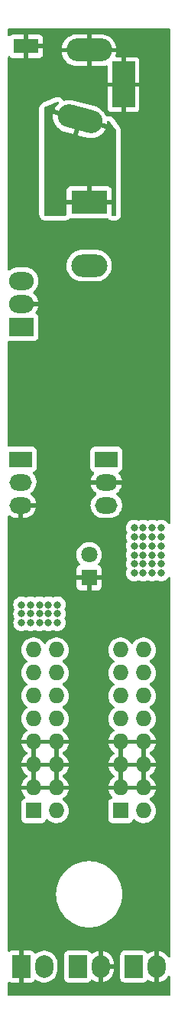
<source format=gtl>
G04 #@! TF.GenerationSoftware,KiCad,Pcbnew,6.0.4-6f826c9f35~116~ubuntu18.04.1*
G04 #@! TF.CreationDate,2022-10-10T17:48:02-04:00*
G04 #@! TF.ProjectId,4UP,3455502e-6b69-4636-9164-5f7063625858,rev?*
G04 #@! TF.SameCoordinates,Original*
G04 #@! TF.FileFunction,Copper,L1,Top*
G04 #@! TF.FilePolarity,Positive*
%FSLAX46Y46*%
G04 Gerber Fmt 4.6, Leading zero omitted, Abs format (unit mm)*
G04 Created by KiCad (PCBNEW 6.0.4-6f826c9f35~116~ubuntu18.04.1) date 2022-10-10 17:48:02*
%MOMM*%
%LPD*%
G01*
G04 APERTURE LIST*
G04 Aperture macros list*
%AMHorizOval*
0 Thick line with rounded ends*
0 $1 width*
0 $2 $3 position (X,Y) of the first rounded end (center of the circle)*
0 $4 $5 position (X,Y) of the second rounded end (center of the circle)*
0 Add line between two ends*
20,1,$1,$2,$3,$4,$5,0*
0 Add two circle primitives to create the rounded ends*
1,1,$1,$2,$3*
1,1,$1,$4,$5*%
G04 Aperture macros list end*
G04 #@! TA.AperFunction,ComponentPad*
%ADD10R,1.800000X1.800000*%
G04 #@! TD*
G04 #@! TA.AperFunction,ComponentPad*
%ADD11C,1.800000*%
G04 #@! TD*
G04 #@! TA.AperFunction,ComponentPad*
%ADD12R,4.000000X2.500000*%
G04 #@! TD*
G04 #@! TA.AperFunction,ComponentPad*
%ADD13O,4.000000X2.500000*%
G04 #@! TD*
G04 #@! TA.AperFunction,ComponentPad*
%ADD14R,2.000000X2.500000*%
G04 #@! TD*
G04 #@! TA.AperFunction,ComponentPad*
%ADD15O,2.000000X2.500000*%
G04 #@! TD*
G04 #@! TA.AperFunction,ComponentPad*
%ADD16HorizOval,2.540000X1.226726X-0.328700X-1.226726X0.328700X0*%
G04 #@! TD*
G04 #@! TA.AperFunction,ComponentPad*
%ADD17R,2.540000X5.080000*%
G04 #@! TD*
G04 #@! TA.AperFunction,ComponentPad*
%ADD18O,5.080000X2.540000*%
G04 #@! TD*
G04 #@! TA.AperFunction,ComponentPad*
%ADD19R,2.750000X2.000000*%
G04 #@! TD*
G04 #@! TA.AperFunction,ComponentPad*
%ADD20O,2.750000X2.000000*%
G04 #@! TD*
G04 #@! TA.AperFunction,ComponentPad*
%ADD21R,2.500000X1.800000*%
G04 #@! TD*
G04 #@! TA.AperFunction,ComponentPad*
%ADD22O,2.500000X1.800000*%
G04 #@! TD*
G04 #@! TA.AperFunction,ComponentPad*
%ADD23R,2.800000X1.600000*%
G04 #@! TD*
G04 #@! TA.AperFunction,ComponentPad*
%ADD24R,1.727200X1.727200*%
G04 #@! TD*
G04 #@! TA.AperFunction,ComponentPad*
%ADD25O,1.727200X1.727200*%
G04 #@! TD*
G04 #@! TA.AperFunction,ViaPad*
%ADD26C,0.800000*%
G04 #@! TD*
G04 APERTURE END LIST*
D10*
X41000000Y-101500000D03*
D11*
X41000000Y-98960000D03*
D12*
X41000000Y-60000000D03*
D13*
X41000000Y-67000000D03*
D14*
X45960000Y-144500000D03*
D15*
X48500000Y-144500000D03*
D14*
X39730000Y-144500000D03*
D15*
X42270000Y-144500000D03*
D16*
X40000000Y-50810000D03*
D17*
X44810000Y-47000000D03*
D18*
X41000000Y-43190000D03*
D14*
X33480000Y-144500000D03*
D15*
X36020000Y-144500000D03*
D19*
X33507750Y-73790000D03*
D20*
X33507750Y-71250000D03*
X33507750Y-68710000D03*
D21*
X42912000Y-88417500D03*
D22*
X42912000Y-90957500D03*
X42912000Y-93497500D03*
D23*
X34000000Y-42750000D03*
D24*
X44500000Y-127265000D03*
D25*
X47040000Y-127265000D03*
X44500000Y-124725000D03*
X47040000Y-124725000D03*
X44500000Y-122185000D03*
X47040000Y-122185000D03*
X44500000Y-119645000D03*
X47040000Y-119645000D03*
X44500000Y-117105000D03*
X47040000Y-117105000D03*
X44500000Y-114565000D03*
X47040000Y-114565000D03*
X44500000Y-112025000D03*
X47040000Y-112025000D03*
X44500000Y-109485000D03*
X47040000Y-109485000D03*
D24*
X34855000Y-127265000D03*
D25*
X37395000Y-127265000D03*
X34855000Y-124725000D03*
X37395000Y-124725000D03*
X34855000Y-122185000D03*
X37395000Y-122185000D03*
X34855000Y-119645000D03*
X37395000Y-119645000D03*
X34855000Y-117105000D03*
X37395000Y-117105000D03*
X34855000Y-114565000D03*
X37395000Y-114565000D03*
X34855000Y-112025000D03*
X37395000Y-112025000D03*
X34855000Y-109485000D03*
X37395000Y-109485000D03*
D21*
X33412000Y-88417500D03*
D22*
X33412000Y-90957500D03*
X33412000Y-93497500D03*
D26*
X49250000Y-72000000D03*
X49250000Y-85750000D03*
X49250000Y-71000000D03*
X37750000Y-77000000D03*
X49250000Y-86750000D03*
X49250000Y-70000000D03*
X49250000Y-65250000D03*
X49250000Y-63250000D03*
X35750000Y-77000000D03*
X36750000Y-77000000D03*
X40250000Y-79000000D03*
X49250000Y-64250000D03*
X49250000Y-73000000D03*
X36500000Y-104500000D03*
X35500000Y-105500000D03*
X36500000Y-106500000D03*
X35500000Y-106500000D03*
X37500000Y-106500000D03*
X36500000Y-105500000D03*
X34500000Y-105500000D03*
X33500000Y-104500000D03*
X34500000Y-106500000D03*
X33500000Y-106500000D03*
X33500000Y-105500000D03*
X37500000Y-104500000D03*
X34500000Y-104500000D03*
X35500000Y-104500000D03*
X37500000Y-105500000D03*
X49000000Y-101000000D03*
X46000000Y-101000000D03*
X47000000Y-100000000D03*
X49000000Y-97000000D03*
X48000000Y-98000000D03*
X47000000Y-98000000D03*
X49000000Y-96000000D03*
X49000000Y-100000000D03*
X49000000Y-98000000D03*
X47000000Y-99000000D03*
X46000000Y-96000000D03*
X46000000Y-97000000D03*
X48000000Y-96000000D03*
X47000000Y-97000000D03*
X46000000Y-99000000D03*
X48000000Y-99000000D03*
X48000000Y-101000000D03*
X48000000Y-100000000D03*
X49000000Y-99000000D03*
X46000000Y-100000000D03*
X47000000Y-96000000D03*
X47000000Y-101000000D03*
X46000000Y-98000000D03*
X48000000Y-97000000D03*
G04 #@! TA.AperFunction,Conductor*
G36*
X49941621Y-40770502D02*
G01*
X49988114Y-40824158D01*
X49999500Y-40876500D01*
X49999500Y-95459946D01*
X49979498Y-95528067D01*
X49925842Y-95574560D01*
X49855568Y-95584664D01*
X49790988Y-95555170D01*
X49764381Y-95522946D01*
X49735836Y-95473505D01*
X49732533Y-95467784D01*
X49605871Y-95327112D01*
X49452730Y-95215849D01*
X49279803Y-95138856D01*
X49181788Y-95118022D01*
X49101103Y-95100872D01*
X49101099Y-95100872D01*
X49094646Y-95099500D01*
X48905354Y-95099500D01*
X48898901Y-95100872D01*
X48898897Y-95100872D01*
X48818212Y-95118022D01*
X48720197Y-95138856D01*
X48551247Y-95214078D01*
X48480882Y-95223512D01*
X48448755Y-95214079D01*
X48279803Y-95138856D01*
X48181788Y-95118022D01*
X48101103Y-95100872D01*
X48101099Y-95100872D01*
X48094646Y-95099500D01*
X47905354Y-95099500D01*
X47898901Y-95100872D01*
X47898897Y-95100872D01*
X47818212Y-95118022D01*
X47720197Y-95138856D01*
X47551247Y-95214078D01*
X47480882Y-95223512D01*
X47448755Y-95214079D01*
X47279803Y-95138856D01*
X47181788Y-95118022D01*
X47101103Y-95100872D01*
X47101099Y-95100872D01*
X47094646Y-95099500D01*
X46905354Y-95099500D01*
X46898901Y-95100872D01*
X46898897Y-95100872D01*
X46818212Y-95118022D01*
X46720197Y-95138856D01*
X46551247Y-95214078D01*
X46480882Y-95223512D01*
X46448755Y-95214079D01*
X46279803Y-95138856D01*
X46181788Y-95118022D01*
X46101103Y-95100872D01*
X46101099Y-95100872D01*
X46094646Y-95099500D01*
X45905354Y-95099500D01*
X45898901Y-95100872D01*
X45898897Y-95100872D01*
X45818212Y-95118022D01*
X45720197Y-95138856D01*
X45547270Y-95215849D01*
X45394129Y-95327112D01*
X45267467Y-95467784D01*
X45172821Y-95631716D01*
X45114326Y-95811744D01*
X45094540Y-96000000D01*
X45114326Y-96188256D01*
X45172821Y-96368284D01*
X45176124Y-96374006D01*
X45176125Y-96374007D01*
X45212494Y-96437000D01*
X45229232Y-96505996D01*
X45212494Y-96563000D01*
X45172821Y-96631716D01*
X45114326Y-96811744D01*
X45094540Y-97000000D01*
X45114326Y-97188256D01*
X45172821Y-97368284D01*
X45176124Y-97374006D01*
X45176125Y-97374007D01*
X45212494Y-97437000D01*
X45229232Y-97505996D01*
X45212494Y-97563000D01*
X45190893Y-97600415D01*
X45172821Y-97631716D01*
X45114326Y-97811744D01*
X45094540Y-98000000D01*
X45095230Y-98006565D01*
X45105320Y-98102563D01*
X45114326Y-98188256D01*
X45172821Y-98368284D01*
X45176124Y-98374006D01*
X45176125Y-98374007D01*
X45212494Y-98437000D01*
X45229232Y-98505996D01*
X45212494Y-98563000D01*
X45172821Y-98631716D01*
X45114326Y-98811744D01*
X45113636Y-98818305D01*
X45113636Y-98818307D01*
X45095899Y-98987074D01*
X45094540Y-99000000D01*
X45095230Y-99006565D01*
X45111423Y-99160632D01*
X45114326Y-99188256D01*
X45172821Y-99368284D01*
X45176124Y-99374006D01*
X45176125Y-99374007D01*
X45212494Y-99437000D01*
X45229232Y-99505996D01*
X45212494Y-99563000D01*
X45197581Y-99588831D01*
X45172821Y-99631716D01*
X45114326Y-99811744D01*
X45113636Y-99818305D01*
X45113636Y-99818307D01*
X45099873Y-99949262D01*
X45094540Y-100000000D01*
X45095230Y-100006565D01*
X45098047Y-100033363D01*
X45114326Y-100188256D01*
X45172821Y-100368284D01*
X45176124Y-100374006D01*
X45176125Y-100374007D01*
X45212494Y-100437000D01*
X45229232Y-100505996D01*
X45212494Y-100563000D01*
X45172821Y-100631716D01*
X45114326Y-100811744D01*
X45094540Y-101000000D01*
X45114326Y-101188256D01*
X45172821Y-101368284D01*
X45267467Y-101532216D01*
X45394129Y-101672888D01*
X45399468Y-101676767D01*
X45508338Y-101755865D01*
X45547270Y-101784151D01*
X45720197Y-101861144D01*
X45818212Y-101881978D01*
X45898897Y-101899128D01*
X45898901Y-101899128D01*
X45905354Y-101900500D01*
X46094646Y-101900500D01*
X46101099Y-101899128D01*
X46101103Y-101899128D01*
X46181788Y-101881978D01*
X46279803Y-101861144D01*
X46448753Y-101785922D01*
X46519118Y-101776488D01*
X46551245Y-101785921D01*
X46720197Y-101861144D01*
X46818212Y-101881978D01*
X46898897Y-101899128D01*
X46898901Y-101899128D01*
X46905354Y-101900500D01*
X47094646Y-101900500D01*
X47101099Y-101899128D01*
X47101103Y-101899128D01*
X47181788Y-101881978D01*
X47279803Y-101861144D01*
X47448753Y-101785922D01*
X47519118Y-101776488D01*
X47551245Y-101785921D01*
X47720197Y-101861144D01*
X47818212Y-101881978D01*
X47898897Y-101899128D01*
X47898901Y-101899128D01*
X47905354Y-101900500D01*
X48094646Y-101900500D01*
X48101099Y-101899128D01*
X48101103Y-101899128D01*
X48181788Y-101881978D01*
X48279803Y-101861144D01*
X48448753Y-101785922D01*
X48519118Y-101776488D01*
X48551245Y-101785921D01*
X48720197Y-101861144D01*
X48818212Y-101881978D01*
X48898897Y-101899128D01*
X48898901Y-101899128D01*
X48905354Y-101900500D01*
X49094646Y-101900500D01*
X49101099Y-101899128D01*
X49101103Y-101899128D01*
X49181788Y-101881978D01*
X49279803Y-101861144D01*
X49452730Y-101784151D01*
X49491663Y-101755865D01*
X49600532Y-101676767D01*
X49605871Y-101672888D01*
X49732533Y-101532216D01*
X49764381Y-101477054D01*
X49815764Y-101428061D01*
X49885477Y-101414625D01*
X49951388Y-101441012D01*
X49992570Y-101498844D01*
X49999500Y-101540054D01*
X49999500Y-143379447D01*
X49979498Y-143447568D01*
X49925842Y-143494061D01*
X49855568Y-143504165D01*
X49790988Y-143474671D01*
X49767708Y-143447887D01*
X49695317Y-143335988D01*
X49689027Y-143327819D01*
X49529982Y-143153032D01*
X49522449Y-143146007D01*
X49336987Y-142999538D01*
X49328409Y-142993839D01*
X49121518Y-142879630D01*
X49112119Y-142875405D01*
X48889357Y-142796520D01*
X48879386Y-142793886D01*
X48767837Y-142774016D01*
X48754540Y-142775476D01*
X48750000Y-142790033D01*
X48750000Y-146211171D01*
X48753918Y-146224515D01*
X48768194Y-146226502D01*
X48843700Y-146214947D01*
X48853728Y-146212558D01*
X49078348Y-146139141D01*
X49087857Y-146135144D01*
X49297465Y-146026029D01*
X49306190Y-146020535D01*
X49495168Y-145878647D01*
X49502875Y-145871804D01*
X49666142Y-145700953D01*
X49672629Y-145692943D01*
X49769412Y-145551064D01*
X49824323Y-145506061D01*
X49894848Y-145497890D01*
X49958595Y-145529144D01*
X49995325Y-145589901D01*
X49999500Y-145622068D01*
X49999500Y-147623500D01*
X49979498Y-147691621D01*
X49925842Y-147738114D01*
X49873500Y-147749500D01*
X32126500Y-147749500D01*
X32058379Y-147729498D01*
X32011886Y-147675842D01*
X32000500Y-147623500D01*
X32000500Y-146267413D01*
X32020502Y-146199292D01*
X32074158Y-146152799D01*
X32144432Y-146142695D01*
X32202064Y-146166586D01*
X32230238Y-146187701D01*
X32245823Y-146196233D01*
X32364133Y-146240586D01*
X32379379Y-146244211D01*
X32429271Y-146249631D01*
X32436085Y-146250000D01*
X33211885Y-146250000D01*
X33227124Y-146245525D01*
X33228329Y-146244135D01*
X33230000Y-146236452D01*
X33230000Y-146231885D01*
X33730000Y-146231885D01*
X33734475Y-146247124D01*
X33735865Y-146248329D01*
X33743548Y-146250000D01*
X34523915Y-146250000D01*
X34530729Y-146249631D01*
X34580621Y-146244211D01*
X34595867Y-146240586D01*
X34714177Y-146196233D01*
X34729763Y-146187701D01*
X34830009Y-146112570D01*
X34842570Y-146100009D01*
X34917697Y-145999768D01*
X34925674Y-145985197D01*
X34975932Y-145935051D01*
X35045323Y-145920036D01*
X35114287Y-145946823D01*
X35182736Y-146000881D01*
X35182741Y-146000884D01*
X35186790Y-146004082D01*
X35191306Y-146006575D01*
X35191309Y-146006577D01*
X35398278Y-146120830D01*
X35398282Y-146120832D01*
X35402802Y-146123327D01*
X35407671Y-146125051D01*
X35407675Y-146125053D01*
X35630515Y-146203965D01*
X35630519Y-146203966D01*
X35635390Y-146205691D01*
X35640483Y-146206598D01*
X35640486Y-146206599D01*
X35873217Y-146248055D01*
X35873223Y-146248056D01*
X35878306Y-146248961D01*
X35957676Y-146249931D01*
X36119858Y-146251912D01*
X36119860Y-146251912D01*
X36125028Y-146251975D01*
X36368930Y-146214653D01*
X36603460Y-146137997D01*
X36822321Y-146024065D01*
X36826454Y-146020962D01*
X36826457Y-146020960D01*
X37015501Y-145879022D01*
X37015504Y-145879020D01*
X37019636Y-145875917D01*
X37190104Y-145697532D01*
X37193235Y-145692943D01*
X37326230Y-145497979D01*
X37329149Y-145493700D01*
X37433035Y-145269896D01*
X37498974Y-145032129D01*
X37520500Y-144830708D01*
X37520500Y-144187446D01*
X37520288Y-144184862D01*
X37505849Y-144009240D01*
X37505848Y-144009234D01*
X37505425Y-144004089D01*
X37445316Y-143764783D01*
X37346928Y-143538507D01*
X37212905Y-143331339D01*
X37186635Y-143302468D01*
X37098892Y-143206040D01*
X37095783Y-143202623D01*
X38229500Y-143202623D01*
X38229501Y-145797376D01*
X38236149Y-145858580D01*
X38286474Y-145992824D01*
X38291854Y-146000003D01*
X38291856Y-146000006D01*
X38311678Y-146026454D01*
X38372454Y-146107546D01*
X38379635Y-146112928D01*
X38479994Y-146188144D01*
X38479997Y-146188146D01*
X38487176Y-146193526D01*
X38573759Y-146225984D01*
X38614025Y-146241079D01*
X38614027Y-146241079D01*
X38621420Y-146243851D01*
X38629270Y-146244704D01*
X38629271Y-146244704D01*
X38679217Y-146250130D01*
X38682623Y-146250500D01*
X39729846Y-146250500D01*
X40777376Y-146250499D01*
X40780770Y-146250130D01*
X40780776Y-146250130D01*
X40830722Y-146244705D01*
X40830726Y-146244704D01*
X40838580Y-146243851D01*
X40972824Y-146193526D01*
X40980003Y-146188146D01*
X40980006Y-146188144D01*
X41080365Y-146112928D01*
X41087546Y-146107546D01*
X41163219Y-146006577D01*
X41168142Y-146000008D01*
X41168143Y-146000006D01*
X41173526Y-145992824D01*
X41176500Y-145984890D01*
X41226578Y-145934923D01*
X41295968Y-145919908D01*
X41364933Y-145946695D01*
X41433013Y-146000462D01*
X41441591Y-146006161D01*
X41648482Y-146120370D01*
X41657881Y-146124595D01*
X41880643Y-146203480D01*
X41890614Y-146206114D01*
X42002163Y-146225984D01*
X42015460Y-146224524D01*
X42019624Y-146211171D01*
X42520000Y-146211171D01*
X42523918Y-146224515D01*
X42538194Y-146226502D01*
X42613700Y-146214947D01*
X42623728Y-146212558D01*
X42848348Y-146139141D01*
X42857857Y-146135144D01*
X43067465Y-146026029D01*
X43076190Y-146020535D01*
X43265168Y-145878647D01*
X43272875Y-145871804D01*
X43436142Y-145700953D01*
X43442629Y-145692943D01*
X43575795Y-145497728D01*
X43580888Y-145488764D01*
X43680389Y-145274407D01*
X43683946Y-145264739D01*
X43747099Y-145037018D01*
X43749030Y-145026898D01*
X43769644Y-144834013D01*
X43770000Y-144827321D01*
X43770000Y-144768115D01*
X43765525Y-144752876D01*
X43764135Y-144751671D01*
X43756452Y-144750000D01*
X42538115Y-144750000D01*
X42522876Y-144754475D01*
X42521671Y-144755865D01*
X42520000Y-144763548D01*
X42520000Y-146211171D01*
X42019624Y-146211171D01*
X42020000Y-146209967D01*
X42020000Y-144231885D01*
X42520000Y-144231885D01*
X42524475Y-144247124D01*
X42525865Y-144248329D01*
X42533548Y-144250000D01*
X43751885Y-144250000D01*
X43767124Y-144245525D01*
X43768329Y-144244135D01*
X43770000Y-144236452D01*
X43770000Y-144190058D01*
X43769788Y-144184885D01*
X43755354Y-144009322D01*
X43753671Y-143999160D01*
X43696100Y-143769956D01*
X43692782Y-143760209D01*
X43598546Y-143543481D01*
X43593679Y-143534406D01*
X43465317Y-143335988D01*
X43459027Y-143327819D01*
X43345107Y-143202623D01*
X44459500Y-143202623D01*
X44459501Y-145797376D01*
X44466149Y-145858580D01*
X44516474Y-145992824D01*
X44521854Y-146000003D01*
X44521856Y-146000006D01*
X44541678Y-146026454D01*
X44602454Y-146107546D01*
X44609635Y-146112928D01*
X44709994Y-146188144D01*
X44709997Y-146188146D01*
X44717176Y-146193526D01*
X44803759Y-146225984D01*
X44844025Y-146241079D01*
X44844027Y-146241079D01*
X44851420Y-146243851D01*
X44859270Y-146244704D01*
X44859271Y-146244704D01*
X44909217Y-146250130D01*
X44912623Y-146250500D01*
X45959846Y-146250500D01*
X47007376Y-146250499D01*
X47010770Y-146250130D01*
X47010776Y-146250130D01*
X47060722Y-146244705D01*
X47060726Y-146244704D01*
X47068580Y-146243851D01*
X47202824Y-146193526D01*
X47210003Y-146188146D01*
X47210006Y-146188144D01*
X47310365Y-146112928D01*
X47317546Y-146107546D01*
X47393219Y-146006577D01*
X47398142Y-146000008D01*
X47398143Y-146000006D01*
X47403526Y-145992824D01*
X47406500Y-145984890D01*
X47456578Y-145934923D01*
X47525968Y-145919908D01*
X47594933Y-145946695D01*
X47663013Y-146000462D01*
X47671591Y-146006161D01*
X47878482Y-146120370D01*
X47887881Y-146124595D01*
X48110643Y-146203480D01*
X48120614Y-146206114D01*
X48232163Y-146225984D01*
X48245460Y-146224524D01*
X48250000Y-146209967D01*
X48250000Y-142788829D01*
X48246082Y-142775485D01*
X48231806Y-142773498D01*
X48156300Y-142785053D01*
X48146272Y-142787442D01*
X47921652Y-142860859D01*
X47912143Y-142864856D01*
X47702535Y-142973971D01*
X47693812Y-142979464D01*
X47592630Y-143055433D01*
X47526146Y-143080338D01*
X47456750Y-143065345D01*
X47406568Y-143015291D01*
X47403526Y-143007176D01*
X47317546Y-142892454D01*
X47300435Y-142879630D01*
X47210006Y-142811856D01*
X47210003Y-142811854D01*
X47202824Y-142806474D01*
X47100500Y-142768115D01*
X47075975Y-142758921D01*
X47075973Y-142758921D01*
X47068580Y-142756149D01*
X47060730Y-142755296D01*
X47060729Y-142755296D01*
X47010774Y-142749869D01*
X47010773Y-142749869D01*
X47007377Y-142749500D01*
X45960154Y-142749500D01*
X44912624Y-142749501D01*
X44909230Y-142749870D01*
X44909224Y-142749870D01*
X44859278Y-142755295D01*
X44859274Y-142755296D01*
X44851420Y-142756149D01*
X44717176Y-142806474D01*
X44709997Y-142811854D01*
X44709994Y-142811856D01*
X44619565Y-142879630D01*
X44602454Y-142892454D01*
X44597072Y-142899635D01*
X44521856Y-142999994D01*
X44521854Y-142999997D01*
X44516474Y-143007176D01*
X44466149Y-143141420D01*
X44459500Y-143202623D01*
X43345107Y-143202623D01*
X43299982Y-143153032D01*
X43292449Y-143146007D01*
X43106987Y-142999538D01*
X43098409Y-142993839D01*
X42891518Y-142879630D01*
X42882119Y-142875405D01*
X42659357Y-142796520D01*
X42649386Y-142793886D01*
X42537837Y-142774016D01*
X42524540Y-142775476D01*
X42520000Y-142790033D01*
X42520000Y-144231885D01*
X42020000Y-144231885D01*
X42020000Y-142788829D01*
X42016082Y-142775485D01*
X42001806Y-142773498D01*
X41926300Y-142785053D01*
X41916272Y-142787442D01*
X41691652Y-142860859D01*
X41682143Y-142864856D01*
X41472535Y-142973971D01*
X41463812Y-142979464D01*
X41362630Y-143055433D01*
X41296146Y-143080338D01*
X41226750Y-143065345D01*
X41176568Y-143015291D01*
X41173526Y-143007176D01*
X41087546Y-142892454D01*
X41070435Y-142879630D01*
X40980006Y-142811856D01*
X40980003Y-142811854D01*
X40972824Y-142806474D01*
X40870500Y-142768115D01*
X40845975Y-142758921D01*
X40845973Y-142758921D01*
X40838580Y-142756149D01*
X40830730Y-142755296D01*
X40830729Y-142755296D01*
X40780774Y-142749869D01*
X40780773Y-142749869D01*
X40777377Y-142749500D01*
X39730154Y-142749500D01*
X38682624Y-142749501D01*
X38679230Y-142749870D01*
X38679224Y-142749870D01*
X38629278Y-142755295D01*
X38629274Y-142755296D01*
X38621420Y-142756149D01*
X38487176Y-142806474D01*
X38479997Y-142811854D01*
X38479994Y-142811856D01*
X38389565Y-142879630D01*
X38372454Y-142892454D01*
X38367072Y-142899635D01*
X38291856Y-142999994D01*
X38291854Y-142999997D01*
X38286474Y-143007176D01*
X38236149Y-143141420D01*
X38229500Y-143202623D01*
X37095783Y-143202623D01*
X37046846Y-143148842D01*
X37042795Y-143145643D01*
X37042791Y-143145639D01*
X36857264Y-142999119D01*
X36857259Y-142999116D01*
X36853210Y-142995918D01*
X36848694Y-142993425D01*
X36848691Y-142993423D01*
X36641722Y-142879170D01*
X36641718Y-142879168D01*
X36637198Y-142876673D01*
X36632329Y-142874949D01*
X36632325Y-142874947D01*
X36409485Y-142796035D01*
X36409481Y-142796034D01*
X36404610Y-142794309D01*
X36399517Y-142793402D01*
X36399514Y-142793401D01*
X36166783Y-142751945D01*
X36166777Y-142751944D01*
X36161694Y-142751039D01*
X36076643Y-142750000D01*
X35920142Y-142748088D01*
X35920140Y-142748088D01*
X35914972Y-142748025D01*
X35671070Y-142785347D01*
X35436540Y-142862003D01*
X35217679Y-142975935D01*
X35213546Y-142979038D01*
X35213543Y-142979040D01*
X35111980Y-143055296D01*
X35045495Y-143080202D01*
X34976100Y-143065210D01*
X34925807Y-143015044D01*
X34917701Y-143000237D01*
X34842570Y-142899991D01*
X34830009Y-142887430D01*
X34729763Y-142812299D01*
X34714177Y-142803767D01*
X34595867Y-142759414D01*
X34580621Y-142755789D01*
X34530729Y-142750369D01*
X34523915Y-142750000D01*
X33748115Y-142750000D01*
X33732876Y-142754475D01*
X33731671Y-142755865D01*
X33730000Y-142763548D01*
X33730000Y-146231885D01*
X33230000Y-146231885D01*
X33230000Y-142768115D01*
X33225525Y-142752876D01*
X33224135Y-142751671D01*
X33216452Y-142750000D01*
X32436085Y-142750000D01*
X32429271Y-142750369D01*
X32379379Y-142755789D01*
X32364133Y-142759414D01*
X32245823Y-142803767D01*
X32230238Y-142812299D01*
X32202064Y-142833414D01*
X32135558Y-142858261D01*
X32066175Y-142843208D01*
X32015946Y-142793033D01*
X32000500Y-142732587D01*
X32000500Y-136500000D01*
X37344490Y-136500000D01*
X37364515Y-136882105D01*
X37424372Y-137260023D01*
X37523403Y-137629615D01*
X37660525Y-137986830D01*
X37834235Y-138327755D01*
X38042630Y-138648655D01*
X38283427Y-138946014D01*
X38553986Y-139216573D01*
X38851345Y-139457370D01*
X39172245Y-139665765D01*
X39513170Y-139839475D01*
X39870385Y-139976597D01*
X40239977Y-140075628D01*
X40440654Y-140107413D01*
X40614647Y-140134971D01*
X40614655Y-140134972D01*
X40617895Y-140135485D01*
X40904402Y-140150500D01*
X41095598Y-140150500D01*
X41382105Y-140135485D01*
X41385345Y-140134972D01*
X41385353Y-140134971D01*
X41559346Y-140107413D01*
X41760023Y-140075628D01*
X42129615Y-139976597D01*
X42486830Y-139839475D01*
X42827755Y-139665765D01*
X43148655Y-139457370D01*
X43446014Y-139216573D01*
X43716573Y-138946014D01*
X43957370Y-138648655D01*
X44165765Y-138327755D01*
X44339475Y-137986830D01*
X44476597Y-137629615D01*
X44575628Y-137260023D01*
X44635485Y-136882105D01*
X44655510Y-136500000D01*
X44635485Y-136117895D01*
X44575628Y-135739977D01*
X44476597Y-135370385D01*
X44339475Y-135013170D01*
X44165765Y-134672245D01*
X43957370Y-134351345D01*
X43716573Y-134053986D01*
X43446014Y-133783427D01*
X43148655Y-133542630D01*
X42827755Y-133334235D01*
X42486830Y-133160525D01*
X42129615Y-133023403D01*
X41760023Y-132924372D01*
X41559346Y-132892587D01*
X41385353Y-132865029D01*
X41385345Y-132865028D01*
X41382105Y-132864515D01*
X41095598Y-132849500D01*
X40904402Y-132849500D01*
X40617895Y-132864515D01*
X40614655Y-132865028D01*
X40614647Y-132865029D01*
X40440654Y-132892587D01*
X40239977Y-132924372D01*
X39870385Y-133023403D01*
X39513170Y-133160525D01*
X39172245Y-133334235D01*
X38851345Y-133542630D01*
X38553986Y-133783427D01*
X38283427Y-134053986D01*
X38042630Y-134351345D01*
X37834235Y-134672245D01*
X37660525Y-135013170D01*
X37523403Y-135370385D01*
X37424372Y-135739977D01*
X37364515Y-136117895D01*
X37344490Y-136500000D01*
X32000500Y-136500000D01*
X32000500Y-126354023D01*
X33490900Y-126354023D01*
X33490901Y-128175976D01*
X33491270Y-128179370D01*
X33491270Y-128179376D01*
X33495712Y-128220265D01*
X33497549Y-128237180D01*
X33547874Y-128371424D01*
X33553254Y-128378603D01*
X33553256Y-128378606D01*
X33628472Y-128478965D01*
X33633854Y-128486146D01*
X33641035Y-128491528D01*
X33741394Y-128566744D01*
X33741397Y-128566746D01*
X33748576Y-128572126D01*
X33833238Y-128603864D01*
X33875425Y-128619679D01*
X33875427Y-128619679D01*
X33882820Y-128622451D01*
X33890670Y-128623304D01*
X33890671Y-128623304D01*
X33940617Y-128628730D01*
X33944023Y-128629100D01*
X34854866Y-128629100D01*
X35765976Y-128629099D01*
X35769370Y-128628730D01*
X35769376Y-128628730D01*
X35819322Y-128623305D01*
X35819326Y-128623304D01*
X35827180Y-128622451D01*
X35961424Y-128572126D01*
X35968603Y-128566746D01*
X35968606Y-128566744D01*
X36068965Y-128491528D01*
X36076146Y-128486146D01*
X36081528Y-128478965D01*
X36156744Y-128378606D01*
X36156746Y-128378603D01*
X36162126Y-128371424D01*
X36204446Y-128258532D01*
X36247087Y-128201768D01*
X36313648Y-128177068D01*
X36382997Y-128192275D01*
X36417666Y-128220265D01*
X36437318Y-128242952D01*
X36609903Y-128386235D01*
X36803572Y-128499406D01*
X37013124Y-128579426D01*
X37018190Y-128580457D01*
X37018191Y-128580457D01*
X37115856Y-128600327D01*
X37232932Y-128624146D01*
X37357938Y-128628730D01*
X37451928Y-128632177D01*
X37451932Y-128632177D01*
X37457092Y-128632366D01*
X37462212Y-128631710D01*
X37462214Y-128631710D01*
X37556129Y-128619679D01*
X37679584Y-128603864D01*
X37684532Y-128602379D01*
X37684539Y-128602378D01*
X37889484Y-128540891D01*
X37889483Y-128540891D01*
X37894434Y-128539406D01*
X38095871Y-128440723D01*
X38168602Y-128388845D01*
X38274283Y-128313463D01*
X38278486Y-128310465D01*
X38437375Y-128152130D01*
X38568269Y-127969971D01*
X38667655Y-127768880D01*
X38732862Y-127554256D01*
X38762141Y-127331864D01*
X38763775Y-127265000D01*
X38757693Y-127191030D01*
X38745819Y-127046595D01*
X38745818Y-127046589D01*
X38745395Y-127041444D01*
X38690750Y-126823891D01*
X38601306Y-126618184D01*
X38568858Y-126568027D01*
X38482277Y-126434193D01*
X38482272Y-126434187D01*
X38479466Y-126429849D01*
X38410470Y-126354023D01*
X43135900Y-126354023D01*
X43135901Y-128175976D01*
X43136270Y-128179370D01*
X43136270Y-128179376D01*
X43140712Y-128220265D01*
X43142549Y-128237180D01*
X43192874Y-128371424D01*
X43198254Y-128378603D01*
X43198256Y-128378606D01*
X43273472Y-128478965D01*
X43278854Y-128486146D01*
X43286035Y-128491528D01*
X43386394Y-128566744D01*
X43386397Y-128566746D01*
X43393576Y-128572126D01*
X43478238Y-128603864D01*
X43520425Y-128619679D01*
X43520427Y-128619679D01*
X43527820Y-128622451D01*
X43535670Y-128623304D01*
X43535671Y-128623304D01*
X43585617Y-128628730D01*
X43589023Y-128629100D01*
X44499866Y-128629100D01*
X45410976Y-128629099D01*
X45414370Y-128628730D01*
X45414376Y-128628730D01*
X45464322Y-128623305D01*
X45464326Y-128623304D01*
X45472180Y-128622451D01*
X45606424Y-128572126D01*
X45613603Y-128566746D01*
X45613606Y-128566744D01*
X45713965Y-128491528D01*
X45721146Y-128486146D01*
X45726528Y-128478965D01*
X45801744Y-128378606D01*
X45801746Y-128378603D01*
X45807126Y-128371424D01*
X45849446Y-128258532D01*
X45892087Y-128201768D01*
X45958648Y-128177068D01*
X46027997Y-128192275D01*
X46062666Y-128220265D01*
X46082318Y-128242952D01*
X46254903Y-128386235D01*
X46448572Y-128499406D01*
X46658124Y-128579426D01*
X46663190Y-128580457D01*
X46663191Y-128580457D01*
X46760856Y-128600327D01*
X46877932Y-128624146D01*
X47002938Y-128628730D01*
X47096928Y-128632177D01*
X47096932Y-128632177D01*
X47102092Y-128632366D01*
X47107212Y-128631710D01*
X47107214Y-128631710D01*
X47201129Y-128619679D01*
X47324584Y-128603864D01*
X47329532Y-128602379D01*
X47329539Y-128602378D01*
X47534484Y-128540891D01*
X47534483Y-128540891D01*
X47539434Y-128539406D01*
X47740871Y-128440723D01*
X47813602Y-128388845D01*
X47919283Y-128313463D01*
X47923486Y-128310465D01*
X48082375Y-128152130D01*
X48213269Y-127969971D01*
X48312655Y-127768880D01*
X48377862Y-127554256D01*
X48407141Y-127331864D01*
X48408775Y-127265000D01*
X48402693Y-127191030D01*
X48390819Y-127046595D01*
X48390818Y-127046589D01*
X48390395Y-127041444D01*
X48335750Y-126823891D01*
X48246306Y-126618184D01*
X48213858Y-126568027D01*
X48127277Y-126434193D01*
X48127272Y-126434187D01*
X48124466Y-126429849D01*
X47973502Y-126263941D01*
X47969451Y-126260742D01*
X47969447Y-126260738D01*
X47801524Y-126128120D01*
X47801520Y-126128118D01*
X47797469Y-126124918D01*
X47763061Y-126105924D01*
X47713090Y-126055491D01*
X47698318Y-125986049D01*
X47723434Y-125919643D01*
X47750785Y-125893037D01*
X47918950Y-125773086D01*
X47926825Y-125766430D01*
X48078332Y-125615452D01*
X48085010Y-125607605D01*
X48209821Y-125433914D01*
X48215130Y-125425077D01*
X48309894Y-125233336D01*
X48313693Y-125223741D01*
X48375868Y-125019102D01*
X48378047Y-125009021D01*
X48380161Y-124992961D01*
X48377950Y-124978779D01*
X48364792Y-124975000D01*
X43176583Y-124975000D01*
X43163052Y-124978973D01*
X43161615Y-124988966D01*
X43193203Y-125129126D01*
X43196283Y-125138955D01*
X43276755Y-125337137D01*
X43281398Y-125346328D01*
X43393160Y-125528707D01*
X43399243Y-125537018D01*
X43539275Y-125698674D01*
X43548906Y-125708106D01*
X43583581Y-125770059D01*
X43579258Y-125840924D01*
X43537309Y-125898202D01*
X43504977Y-125916112D01*
X43463307Y-125931733D01*
X43393576Y-125957874D01*
X43386397Y-125963254D01*
X43386394Y-125963256D01*
X43286035Y-126038472D01*
X43278854Y-126043854D01*
X43273472Y-126051035D01*
X43198256Y-126151394D01*
X43198254Y-126151397D01*
X43192874Y-126158576D01*
X43142549Y-126292820D01*
X43135900Y-126354023D01*
X38410470Y-126354023D01*
X38328502Y-126263941D01*
X38324451Y-126260742D01*
X38324447Y-126260738D01*
X38156524Y-126128120D01*
X38156520Y-126128118D01*
X38152469Y-126124918D01*
X38118061Y-126105924D01*
X38068090Y-126055491D01*
X38053318Y-125986049D01*
X38078434Y-125919643D01*
X38105785Y-125893037D01*
X38273950Y-125773086D01*
X38281825Y-125766430D01*
X38433332Y-125615452D01*
X38440010Y-125607605D01*
X38564821Y-125433914D01*
X38570130Y-125425077D01*
X38664894Y-125233336D01*
X38668693Y-125223741D01*
X38730868Y-125019102D01*
X38733047Y-125009021D01*
X38735161Y-124992961D01*
X38732950Y-124978779D01*
X38719792Y-124975000D01*
X33531583Y-124975000D01*
X33518052Y-124978973D01*
X33516615Y-124988966D01*
X33548203Y-125129126D01*
X33551283Y-125138955D01*
X33631755Y-125337137D01*
X33636398Y-125346328D01*
X33748160Y-125528707D01*
X33754243Y-125537018D01*
X33894275Y-125698674D01*
X33903906Y-125708106D01*
X33938581Y-125770059D01*
X33934258Y-125840924D01*
X33892309Y-125898202D01*
X33859977Y-125916112D01*
X33818307Y-125931733D01*
X33748576Y-125957874D01*
X33741397Y-125963254D01*
X33741394Y-125963256D01*
X33641035Y-126038472D01*
X33633854Y-126043854D01*
X33628472Y-126051035D01*
X33553256Y-126151394D01*
X33553254Y-126151397D01*
X33547874Y-126158576D01*
X33497549Y-126292820D01*
X33490900Y-126354023D01*
X32000500Y-126354023D01*
X32000500Y-124461309D01*
X33512988Y-124461309D01*
X33514853Y-124471608D01*
X33527230Y-124475000D01*
X34586885Y-124475000D01*
X34602124Y-124470525D01*
X34603329Y-124469135D01*
X34605000Y-124461452D01*
X34605000Y-124456885D01*
X35105000Y-124456885D01*
X35109475Y-124472124D01*
X35110865Y-124473329D01*
X35118548Y-124475000D01*
X37126885Y-124475000D01*
X37142124Y-124470525D01*
X37143329Y-124469135D01*
X37145000Y-124461452D01*
X37145000Y-124456885D01*
X37645000Y-124456885D01*
X37649475Y-124472124D01*
X37650865Y-124473329D01*
X37658548Y-124475000D01*
X38720122Y-124475000D01*
X38733653Y-124471027D01*
X38734958Y-124461947D01*
X38734798Y-124461309D01*
X43157988Y-124461309D01*
X43159853Y-124471608D01*
X43172230Y-124475000D01*
X44231885Y-124475000D01*
X44247124Y-124470525D01*
X44248329Y-124469135D01*
X44250000Y-124461452D01*
X44250000Y-124456885D01*
X44750000Y-124456885D01*
X44754475Y-124472124D01*
X44755865Y-124473329D01*
X44763548Y-124475000D01*
X46771885Y-124475000D01*
X46787124Y-124470525D01*
X46788329Y-124469135D01*
X46790000Y-124461452D01*
X46790000Y-124456885D01*
X47290000Y-124456885D01*
X47294475Y-124472124D01*
X47295865Y-124473329D01*
X47303548Y-124475000D01*
X48365122Y-124475000D01*
X48378653Y-124471027D01*
X48379958Y-124461947D01*
X48336534Y-124289064D01*
X48333216Y-124279317D01*
X48247924Y-124083159D01*
X48243057Y-124074084D01*
X48126877Y-123894495D01*
X48120593Y-123886335D01*
X47976635Y-123728127D01*
X47969105Y-123721106D01*
X47801246Y-123588538D01*
X47792663Y-123582836D01*
X47762609Y-123566245D01*
X47712638Y-123515812D01*
X47697867Y-123446369D01*
X47722984Y-123379964D01*
X47750334Y-123353359D01*
X47918950Y-123233086D01*
X47926825Y-123226430D01*
X48078332Y-123075452D01*
X48085010Y-123067605D01*
X48209821Y-122893914D01*
X48215130Y-122885077D01*
X48309894Y-122693336D01*
X48313693Y-122683741D01*
X48375868Y-122479102D01*
X48378047Y-122469021D01*
X48380161Y-122452961D01*
X48377950Y-122438779D01*
X48364792Y-122435000D01*
X47308115Y-122435000D01*
X47292876Y-122439475D01*
X47291671Y-122440865D01*
X47290000Y-122448548D01*
X47290000Y-124456885D01*
X46790000Y-124456885D01*
X46790000Y-122453115D01*
X46785525Y-122437876D01*
X46784135Y-122436671D01*
X46776452Y-122435000D01*
X44768115Y-122435000D01*
X44752876Y-122439475D01*
X44751671Y-122440865D01*
X44750000Y-122448548D01*
X44750000Y-124456885D01*
X44250000Y-124456885D01*
X44250000Y-122453115D01*
X44245525Y-122437876D01*
X44244135Y-122436671D01*
X44236452Y-122435000D01*
X43176583Y-122435000D01*
X43163052Y-122438973D01*
X43161615Y-122448966D01*
X43193203Y-122589126D01*
X43196283Y-122598955D01*
X43276755Y-122797137D01*
X43281398Y-122806328D01*
X43393160Y-122988707D01*
X43399243Y-122997018D01*
X43539282Y-123158682D01*
X43546649Y-123165898D01*
X43711211Y-123302519D01*
X43719658Y-123308434D01*
X43780895Y-123344218D01*
X43829619Y-123395856D01*
X43842690Y-123465639D01*
X43815959Y-123531411D01*
X43779494Y-123561483D01*
X43779841Y-123562035D01*
X43775542Y-123564742D01*
X43775513Y-123564766D01*
X43775462Y-123564793D01*
X43766744Y-123570282D01*
X43595703Y-123698703D01*
X43587996Y-123705546D01*
X43440223Y-123860181D01*
X43433740Y-123868187D01*
X43313204Y-124044888D01*
X43308118Y-124053840D01*
X43218062Y-124247847D01*
X43214503Y-124257522D01*
X43157988Y-124461309D01*
X38734798Y-124461309D01*
X38691534Y-124289064D01*
X38688216Y-124279317D01*
X38602924Y-124083159D01*
X38598057Y-124074084D01*
X38481877Y-123894495D01*
X38475593Y-123886335D01*
X38331635Y-123728127D01*
X38324105Y-123721106D01*
X38156246Y-123588538D01*
X38147663Y-123582836D01*
X38117609Y-123566245D01*
X38067638Y-123515812D01*
X38052867Y-123446369D01*
X38077984Y-123379964D01*
X38105334Y-123353359D01*
X38273950Y-123233086D01*
X38281825Y-123226430D01*
X38433332Y-123075452D01*
X38440010Y-123067605D01*
X38564821Y-122893914D01*
X38570130Y-122885077D01*
X38664894Y-122693336D01*
X38668693Y-122683741D01*
X38730868Y-122479102D01*
X38733047Y-122469021D01*
X38735161Y-122452961D01*
X38732950Y-122438779D01*
X38719792Y-122435000D01*
X37663115Y-122435000D01*
X37647876Y-122439475D01*
X37646671Y-122440865D01*
X37645000Y-122448548D01*
X37645000Y-124456885D01*
X37145000Y-124456885D01*
X37145000Y-122453115D01*
X37140525Y-122437876D01*
X37139135Y-122436671D01*
X37131452Y-122435000D01*
X35123115Y-122435000D01*
X35107876Y-122439475D01*
X35106671Y-122440865D01*
X35105000Y-122448548D01*
X35105000Y-124456885D01*
X34605000Y-124456885D01*
X34605000Y-122453115D01*
X34600525Y-122437876D01*
X34599135Y-122436671D01*
X34591452Y-122435000D01*
X33531583Y-122435000D01*
X33518052Y-122438973D01*
X33516615Y-122448966D01*
X33548203Y-122589126D01*
X33551283Y-122598955D01*
X33631755Y-122797137D01*
X33636398Y-122806328D01*
X33748160Y-122988707D01*
X33754243Y-122997018D01*
X33894282Y-123158682D01*
X33901649Y-123165898D01*
X34066211Y-123302519D01*
X34074658Y-123308434D01*
X34135895Y-123344218D01*
X34184619Y-123395856D01*
X34197690Y-123465639D01*
X34170959Y-123531411D01*
X34134494Y-123561483D01*
X34134841Y-123562035D01*
X34130542Y-123564742D01*
X34130513Y-123564766D01*
X34130462Y-123564793D01*
X34121744Y-123570282D01*
X33950703Y-123698703D01*
X33942996Y-123705546D01*
X33795223Y-123860181D01*
X33788740Y-123868187D01*
X33668204Y-124044888D01*
X33663118Y-124053840D01*
X33573062Y-124247847D01*
X33569503Y-124257522D01*
X33512988Y-124461309D01*
X32000500Y-124461309D01*
X32000500Y-121921309D01*
X33512988Y-121921309D01*
X33514853Y-121931608D01*
X33527230Y-121935000D01*
X34586885Y-121935000D01*
X34602124Y-121930525D01*
X34603329Y-121929135D01*
X34605000Y-121921452D01*
X34605000Y-121916885D01*
X35105000Y-121916885D01*
X35109475Y-121932124D01*
X35110865Y-121933329D01*
X35118548Y-121935000D01*
X37126885Y-121935000D01*
X37142124Y-121930525D01*
X37143329Y-121929135D01*
X37145000Y-121921452D01*
X37145000Y-121916885D01*
X37645000Y-121916885D01*
X37649475Y-121932124D01*
X37650865Y-121933329D01*
X37658548Y-121935000D01*
X38720122Y-121935000D01*
X38733653Y-121931027D01*
X38734958Y-121921947D01*
X38734798Y-121921309D01*
X43157988Y-121921309D01*
X43159853Y-121931608D01*
X43172230Y-121935000D01*
X44231885Y-121935000D01*
X44247124Y-121930525D01*
X44248329Y-121929135D01*
X44250000Y-121921452D01*
X44250000Y-121916885D01*
X44750000Y-121916885D01*
X44754475Y-121932124D01*
X44755865Y-121933329D01*
X44763548Y-121935000D01*
X46771885Y-121935000D01*
X46787124Y-121930525D01*
X46788329Y-121929135D01*
X46790000Y-121921452D01*
X46790000Y-121916885D01*
X47290000Y-121916885D01*
X47294475Y-121932124D01*
X47295865Y-121933329D01*
X47303548Y-121935000D01*
X48365122Y-121935000D01*
X48378653Y-121931027D01*
X48379958Y-121921947D01*
X48336534Y-121749064D01*
X48333216Y-121739317D01*
X48247924Y-121543159D01*
X48243057Y-121534084D01*
X48126877Y-121354495D01*
X48120593Y-121346335D01*
X47976635Y-121188127D01*
X47969105Y-121181106D01*
X47801246Y-121048538D01*
X47792663Y-121042836D01*
X47762609Y-121026245D01*
X47712638Y-120975812D01*
X47697867Y-120906369D01*
X47722984Y-120839964D01*
X47750334Y-120813359D01*
X47918950Y-120693086D01*
X47926825Y-120686430D01*
X48078332Y-120535452D01*
X48085010Y-120527605D01*
X48209821Y-120353914D01*
X48215130Y-120345077D01*
X48309894Y-120153336D01*
X48313693Y-120143741D01*
X48375868Y-119939102D01*
X48378047Y-119929021D01*
X48380161Y-119912961D01*
X48377950Y-119898779D01*
X48364792Y-119895000D01*
X47308115Y-119895000D01*
X47292876Y-119899475D01*
X47291671Y-119900865D01*
X47290000Y-119908548D01*
X47290000Y-121916885D01*
X46790000Y-121916885D01*
X46790000Y-119913115D01*
X46785525Y-119897876D01*
X46784135Y-119896671D01*
X46776452Y-119895000D01*
X44768115Y-119895000D01*
X44752876Y-119899475D01*
X44751671Y-119900865D01*
X44750000Y-119908548D01*
X44750000Y-121916885D01*
X44250000Y-121916885D01*
X44250000Y-119913115D01*
X44245525Y-119897876D01*
X44244135Y-119896671D01*
X44236452Y-119895000D01*
X43176583Y-119895000D01*
X43163052Y-119898973D01*
X43161615Y-119908966D01*
X43193203Y-120049126D01*
X43196283Y-120058955D01*
X43276755Y-120257137D01*
X43281398Y-120266328D01*
X43393160Y-120448707D01*
X43399243Y-120457018D01*
X43539282Y-120618682D01*
X43546649Y-120625898D01*
X43711211Y-120762519D01*
X43719658Y-120768434D01*
X43780895Y-120804218D01*
X43829619Y-120855856D01*
X43842690Y-120925639D01*
X43815959Y-120991411D01*
X43779494Y-121021483D01*
X43779841Y-121022035D01*
X43775542Y-121024742D01*
X43775513Y-121024766D01*
X43775462Y-121024793D01*
X43766744Y-121030282D01*
X43595703Y-121158703D01*
X43587996Y-121165546D01*
X43440223Y-121320181D01*
X43433740Y-121328187D01*
X43313204Y-121504888D01*
X43308118Y-121513840D01*
X43218062Y-121707847D01*
X43214503Y-121717522D01*
X43157988Y-121921309D01*
X38734798Y-121921309D01*
X38691534Y-121749064D01*
X38688216Y-121739317D01*
X38602924Y-121543159D01*
X38598057Y-121534084D01*
X38481877Y-121354495D01*
X38475593Y-121346335D01*
X38331635Y-121188127D01*
X38324105Y-121181106D01*
X38156246Y-121048538D01*
X38147663Y-121042836D01*
X38117609Y-121026245D01*
X38067638Y-120975812D01*
X38052867Y-120906369D01*
X38077984Y-120839964D01*
X38105334Y-120813359D01*
X38273950Y-120693086D01*
X38281825Y-120686430D01*
X38433332Y-120535452D01*
X38440010Y-120527605D01*
X38564821Y-120353914D01*
X38570130Y-120345077D01*
X38664894Y-120153336D01*
X38668693Y-120143741D01*
X38730868Y-119939102D01*
X38733047Y-119929021D01*
X38735161Y-119912961D01*
X38732950Y-119898779D01*
X38719792Y-119895000D01*
X37663115Y-119895000D01*
X37647876Y-119899475D01*
X37646671Y-119900865D01*
X37645000Y-119908548D01*
X37645000Y-121916885D01*
X37145000Y-121916885D01*
X37145000Y-119913115D01*
X37140525Y-119897876D01*
X37139135Y-119896671D01*
X37131452Y-119895000D01*
X35123115Y-119895000D01*
X35107876Y-119899475D01*
X35106671Y-119900865D01*
X35105000Y-119908548D01*
X35105000Y-121916885D01*
X34605000Y-121916885D01*
X34605000Y-119913115D01*
X34600525Y-119897876D01*
X34599135Y-119896671D01*
X34591452Y-119895000D01*
X33531583Y-119895000D01*
X33518052Y-119898973D01*
X33516615Y-119908966D01*
X33548203Y-120049126D01*
X33551283Y-120058955D01*
X33631755Y-120257137D01*
X33636398Y-120266328D01*
X33748160Y-120448707D01*
X33754243Y-120457018D01*
X33894282Y-120618682D01*
X33901649Y-120625898D01*
X34066211Y-120762519D01*
X34074658Y-120768434D01*
X34135895Y-120804218D01*
X34184619Y-120855856D01*
X34197690Y-120925639D01*
X34170959Y-120991411D01*
X34134494Y-121021483D01*
X34134841Y-121022035D01*
X34130542Y-121024742D01*
X34130513Y-121024766D01*
X34130462Y-121024793D01*
X34121744Y-121030282D01*
X33950703Y-121158703D01*
X33942996Y-121165546D01*
X33795223Y-121320181D01*
X33788740Y-121328187D01*
X33668204Y-121504888D01*
X33663118Y-121513840D01*
X33573062Y-121707847D01*
X33569503Y-121717522D01*
X33512988Y-121921309D01*
X32000500Y-121921309D01*
X32000500Y-117071558D01*
X33486634Y-117071558D01*
X33499546Y-117295497D01*
X33500683Y-117300543D01*
X33500684Y-117300549D01*
X33520647Y-117389129D01*
X33548860Y-117514320D01*
X33550802Y-117519102D01*
X33550803Y-117519106D01*
X33631307Y-117717363D01*
X33633251Y-117722150D01*
X33750453Y-117913406D01*
X33897318Y-118082952D01*
X34069903Y-118226235D01*
X34135372Y-118264492D01*
X34184095Y-118316129D01*
X34197166Y-118385912D01*
X34170435Y-118451684D01*
X34134427Y-118481378D01*
X34134841Y-118482035D01*
X34121744Y-118490282D01*
X33950703Y-118618703D01*
X33942996Y-118625546D01*
X33795223Y-118780181D01*
X33788740Y-118788187D01*
X33668204Y-118964888D01*
X33663118Y-118973840D01*
X33573062Y-119167847D01*
X33569503Y-119177522D01*
X33512988Y-119381309D01*
X33514853Y-119391608D01*
X33527230Y-119395000D01*
X38720122Y-119395000D01*
X38733653Y-119391027D01*
X38734958Y-119381947D01*
X38691534Y-119209064D01*
X38688216Y-119199317D01*
X38602924Y-119003159D01*
X38598057Y-118994084D01*
X38481877Y-118814495D01*
X38475593Y-118806335D01*
X38331635Y-118648127D01*
X38324105Y-118641106D01*
X38156246Y-118508538D01*
X38147663Y-118502836D01*
X38118097Y-118486515D01*
X38068125Y-118436083D01*
X38053353Y-118366640D01*
X38078469Y-118300235D01*
X38105820Y-118273628D01*
X38274275Y-118153470D01*
X38274285Y-118153462D01*
X38278486Y-118150465D01*
X38437375Y-117992130D01*
X38568269Y-117809971D01*
X38587524Y-117771013D01*
X38665361Y-117613522D01*
X38665362Y-117613520D01*
X38667655Y-117608880D01*
X38732862Y-117394256D01*
X38762141Y-117171864D01*
X38763775Y-117105000D01*
X38761025Y-117071558D01*
X43131634Y-117071558D01*
X43144546Y-117295497D01*
X43145683Y-117300543D01*
X43145684Y-117300549D01*
X43165647Y-117389129D01*
X43193860Y-117514320D01*
X43195802Y-117519102D01*
X43195803Y-117519106D01*
X43276307Y-117717363D01*
X43278251Y-117722150D01*
X43395453Y-117913406D01*
X43542318Y-118082952D01*
X43714903Y-118226235D01*
X43780372Y-118264492D01*
X43829095Y-118316129D01*
X43842166Y-118385912D01*
X43815435Y-118451684D01*
X43779427Y-118481378D01*
X43779841Y-118482035D01*
X43766744Y-118490282D01*
X43595703Y-118618703D01*
X43587996Y-118625546D01*
X43440223Y-118780181D01*
X43433740Y-118788187D01*
X43313204Y-118964888D01*
X43308118Y-118973840D01*
X43218062Y-119167847D01*
X43214503Y-119177522D01*
X43157988Y-119381309D01*
X43159853Y-119391608D01*
X43172230Y-119395000D01*
X48365122Y-119395000D01*
X48378653Y-119391027D01*
X48379958Y-119381947D01*
X48336534Y-119209064D01*
X48333216Y-119199317D01*
X48247924Y-119003159D01*
X48243057Y-118994084D01*
X48126877Y-118814495D01*
X48120593Y-118806335D01*
X47976635Y-118648127D01*
X47969105Y-118641106D01*
X47801246Y-118508538D01*
X47792663Y-118502836D01*
X47763097Y-118486515D01*
X47713125Y-118436083D01*
X47698353Y-118366640D01*
X47723469Y-118300235D01*
X47750820Y-118273628D01*
X47919275Y-118153470D01*
X47919285Y-118153462D01*
X47923486Y-118150465D01*
X48082375Y-117992130D01*
X48213269Y-117809971D01*
X48232524Y-117771013D01*
X48310361Y-117613522D01*
X48310362Y-117613520D01*
X48312655Y-117608880D01*
X48377862Y-117394256D01*
X48407141Y-117171864D01*
X48408775Y-117105000D01*
X48402693Y-117031030D01*
X48390819Y-116886595D01*
X48390818Y-116886589D01*
X48390395Y-116881444D01*
X48335750Y-116663891D01*
X48333691Y-116659155D01*
X48248366Y-116462921D01*
X48248364Y-116462918D01*
X48246306Y-116458184D01*
X48234220Y-116439502D01*
X48127277Y-116274193D01*
X48127272Y-116274187D01*
X48124466Y-116269849D01*
X47973502Y-116103941D01*
X47969451Y-116100742D01*
X47969447Y-116100738D01*
X47801524Y-115968120D01*
X47801520Y-115968118D01*
X47797469Y-115964918D01*
X47792945Y-115962421D01*
X47792941Y-115962418D01*
X47763546Y-115946191D01*
X47713576Y-115895759D01*
X47698804Y-115826316D01*
X47723920Y-115759911D01*
X47751272Y-115733304D01*
X47919278Y-115613467D01*
X47919282Y-115613464D01*
X47923486Y-115610465D01*
X48082375Y-115452130D01*
X48213269Y-115269971D01*
X48232524Y-115231013D01*
X48310361Y-115073522D01*
X48310362Y-115073520D01*
X48312655Y-115068880D01*
X48377862Y-114854256D01*
X48407141Y-114631864D01*
X48408775Y-114565000D01*
X48402693Y-114491030D01*
X48390819Y-114346595D01*
X48390818Y-114346589D01*
X48390395Y-114341444D01*
X48335750Y-114123891D01*
X48333691Y-114119155D01*
X48248366Y-113922921D01*
X48248364Y-113922918D01*
X48246306Y-113918184D01*
X48234220Y-113899502D01*
X48127277Y-113734193D01*
X48127272Y-113734187D01*
X48124466Y-113729849D01*
X47973502Y-113563941D01*
X47969451Y-113560742D01*
X47969447Y-113560738D01*
X47801524Y-113428120D01*
X47801520Y-113428118D01*
X47797469Y-113424918D01*
X47792945Y-113422421D01*
X47792941Y-113422418D01*
X47763546Y-113406191D01*
X47713576Y-113355759D01*
X47698804Y-113286316D01*
X47723920Y-113219911D01*
X47751272Y-113193304D01*
X47919278Y-113073467D01*
X47919282Y-113073464D01*
X47923486Y-113070465D01*
X48082375Y-112912130D01*
X48213269Y-112729971D01*
X48232524Y-112691013D01*
X48310361Y-112533522D01*
X48310362Y-112533520D01*
X48312655Y-112528880D01*
X48377862Y-112314256D01*
X48407141Y-112091864D01*
X48408775Y-112025000D01*
X48402693Y-111951030D01*
X48390819Y-111806595D01*
X48390818Y-111806589D01*
X48390395Y-111801444D01*
X48335750Y-111583891D01*
X48333691Y-111579155D01*
X48248366Y-111382921D01*
X48248364Y-111382918D01*
X48246306Y-111378184D01*
X48234220Y-111359502D01*
X48127277Y-111194193D01*
X48127272Y-111194187D01*
X48124466Y-111189849D01*
X47973502Y-111023941D01*
X47969451Y-111020742D01*
X47969447Y-111020738D01*
X47801524Y-110888120D01*
X47801520Y-110888118D01*
X47797469Y-110884918D01*
X47792945Y-110882421D01*
X47792941Y-110882418D01*
X47763546Y-110866191D01*
X47713576Y-110815759D01*
X47698804Y-110746316D01*
X47723920Y-110679911D01*
X47751272Y-110653304D01*
X47919278Y-110533467D01*
X47919282Y-110533464D01*
X47923486Y-110530465D01*
X48082375Y-110372130D01*
X48213269Y-110189971D01*
X48232524Y-110151013D01*
X48310361Y-109993522D01*
X48310362Y-109993520D01*
X48312655Y-109988880D01*
X48377862Y-109774256D01*
X48407141Y-109551864D01*
X48408775Y-109485000D01*
X48402693Y-109411030D01*
X48390819Y-109266595D01*
X48390818Y-109266589D01*
X48390395Y-109261444D01*
X48335750Y-109043891D01*
X48333691Y-109039155D01*
X48248366Y-108842921D01*
X48248364Y-108842918D01*
X48246306Y-108838184D01*
X48234220Y-108819502D01*
X48127277Y-108654193D01*
X48127272Y-108654187D01*
X48124466Y-108649849D01*
X47973502Y-108483941D01*
X47969451Y-108480742D01*
X47969447Y-108480738D01*
X47801524Y-108348120D01*
X47801520Y-108348118D01*
X47797469Y-108344918D01*
X47760234Y-108324363D01*
X47605619Y-108239012D01*
X47601092Y-108236513D01*
X47596223Y-108234789D01*
X47596219Y-108234787D01*
X47394523Y-108163362D01*
X47394519Y-108163361D01*
X47389648Y-108161636D01*
X47384558Y-108160729D01*
X47384553Y-108160728D01*
X47264964Y-108139427D01*
X47168813Y-108122300D01*
X47083968Y-108121263D01*
X46949689Y-108119622D01*
X46949687Y-108119622D01*
X46944519Y-108119559D01*
X46722789Y-108153489D01*
X46509578Y-108223177D01*
X46504990Y-108225565D01*
X46504986Y-108225567D01*
X46315201Y-108324363D01*
X46310612Y-108326752D01*
X46306479Y-108329855D01*
X46306476Y-108329857D01*
X46135369Y-108458328D01*
X46131234Y-108461433D01*
X45976262Y-108623602D01*
X45973348Y-108627874D01*
X45973347Y-108627875D01*
X45873327Y-108774499D01*
X45818416Y-108819502D01*
X45747891Y-108827673D01*
X45684144Y-108796419D01*
X45663447Y-108771935D01*
X45587276Y-108654193D01*
X45584466Y-108649849D01*
X45433502Y-108483941D01*
X45429451Y-108480742D01*
X45429447Y-108480738D01*
X45261524Y-108348120D01*
X45261520Y-108348118D01*
X45257469Y-108344918D01*
X45220234Y-108324363D01*
X45065619Y-108239012D01*
X45061092Y-108236513D01*
X45056223Y-108234789D01*
X45056219Y-108234787D01*
X44854523Y-108163362D01*
X44854519Y-108163361D01*
X44849648Y-108161636D01*
X44844558Y-108160729D01*
X44844553Y-108160728D01*
X44724964Y-108139427D01*
X44628813Y-108122300D01*
X44543968Y-108121263D01*
X44409689Y-108119622D01*
X44409687Y-108119622D01*
X44404519Y-108119559D01*
X44182789Y-108153489D01*
X43969578Y-108223177D01*
X43964990Y-108225565D01*
X43964986Y-108225567D01*
X43775201Y-108324363D01*
X43770612Y-108326752D01*
X43766479Y-108329855D01*
X43766476Y-108329857D01*
X43595369Y-108458328D01*
X43591234Y-108461433D01*
X43436262Y-108623602D01*
X43433348Y-108627874D01*
X43433347Y-108627875D01*
X43415394Y-108654193D01*
X43309857Y-108808905D01*
X43215414Y-109012364D01*
X43155470Y-109228517D01*
X43131634Y-109451558D01*
X43144546Y-109675497D01*
X43145683Y-109680543D01*
X43145684Y-109680549D01*
X43165647Y-109769129D01*
X43193860Y-109894320D01*
X43195802Y-109899102D01*
X43195803Y-109899106D01*
X43276307Y-110097363D01*
X43278251Y-110102150D01*
X43395453Y-110293406D01*
X43542318Y-110462952D01*
X43714903Y-110606235D01*
X43779862Y-110644194D01*
X43828584Y-110695832D01*
X43841655Y-110765615D01*
X43814923Y-110831387D01*
X43779127Y-110860902D01*
X43779573Y-110861610D01*
X43775200Y-110864364D01*
X43770612Y-110866752D01*
X43766479Y-110869855D01*
X43766476Y-110869857D01*
X43595369Y-110998328D01*
X43591234Y-111001433D01*
X43436262Y-111163602D01*
X43433348Y-111167874D01*
X43433347Y-111167875D01*
X43415394Y-111194193D01*
X43309857Y-111348905D01*
X43215414Y-111552364D01*
X43155470Y-111768517D01*
X43131634Y-111991558D01*
X43144546Y-112215497D01*
X43145683Y-112220543D01*
X43145684Y-112220549D01*
X43165647Y-112309129D01*
X43193860Y-112434320D01*
X43195802Y-112439102D01*
X43195803Y-112439106D01*
X43276307Y-112637363D01*
X43278251Y-112642150D01*
X43395453Y-112833406D01*
X43542318Y-113002952D01*
X43714903Y-113146235D01*
X43779862Y-113184194D01*
X43828584Y-113235832D01*
X43841655Y-113305615D01*
X43814923Y-113371387D01*
X43779127Y-113400902D01*
X43779573Y-113401610D01*
X43775200Y-113404364D01*
X43770612Y-113406752D01*
X43766479Y-113409855D01*
X43766476Y-113409857D01*
X43595369Y-113538328D01*
X43591234Y-113541433D01*
X43436262Y-113703602D01*
X43433348Y-113707874D01*
X43433347Y-113707875D01*
X43415394Y-113734193D01*
X43309857Y-113888905D01*
X43215414Y-114092364D01*
X43155470Y-114308517D01*
X43131634Y-114531558D01*
X43144546Y-114755497D01*
X43145683Y-114760543D01*
X43145684Y-114760549D01*
X43165647Y-114849129D01*
X43193860Y-114974320D01*
X43195802Y-114979102D01*
X43195803Y-114979106D01*
X43276307Y-115177363D01*
X43278251Y-115182150D01*
X43395453Y-115373406D01*
X43542318Y-115542952D01*
X43714903Y-115686235D01*
X43779862Y-115724194D01*
X43828584Y-115775832D01*
X43841655Y-115845615D01*
X43814923Y-115911387D01*
X43779127Y-115940902D01*
X43779573Y-115941610D01*
X43775200Y-115944364D01*
X43770612Y-115946752D01*
X43766479Y-115949855D01*
X43766476Y-115949857D01*
X43595369Y-116078328D01*
X43591234Y-116081433D01*
X43436262Y-116243602D01*
X43433348Y-116247874D01*
X43433347Y-116247875D01*
X43415394Y-116274193D01*
X43309857Y-116428905D01*
X43215414Y-116632364D01*
X43155470Y-116848517D01*
X43131634Y-117071558D01*
X38761025Y-117071558D01*
X38757693Y-117031030D01*
X38745819Y-116886595D01*
X38745818Y-116886589D01*
X38745395Y-116881444D01*
X38690750Y-116663891D01*
X38688691Y-116659155D01*
X38603366Y-116462921D01*
X38603364Y-116462918D01*
X38601306Y-116458184D01*
X38589220Y-116439502D01*
X38482277Y-116274193D01*
X38482272Y-116274187D01*
X38479466Y-116269849D01*
X38328502Y-116103941D01*
X38324451Y-116100742D01*
X38324447Y-116100738D01*
X38156524Y-115968120D01*
X38156520Y-115968118D01*
X38152469Y-115964918D01*
X38147945Y-115962421D01*
X38147941Y-115962418D01*
X38118546Y-115946191D01*
X38068576Y-115895759D01*
X38053804Y-115826316D01*
X38078920Y-115759911D01*
X38106272Y-115733304D01*
X38274278Y-115613467D01*
X38274282Y-115613464D01*
X38278486Y-115610465D01*
X38437375Y-115452130D01*
X38568269Y-115269971D01*
X38587524Y-115231013D01*
X38665361Y-115073522D01*
X38665362Y-115073520D01*
X38667655Y-115068880D01*
X38732862Y-114854256D01*
X38762141Y-114631864D01*
X38763775Y-114565000D01*
X38757693Y-114491030D01*
X38745819Y-114346595D01*
X38745818Y-114346589D01*
X38745395Y-114341444D01*
X38690750Y-114123891D01*
X38688691Y-114119155D01*
X38603366Y-113922921D01*
X38603364Y-113922918D01*
X38601306Y-113918184D01*
X38589220Y-113899502D01*
X38482277Y-113734193D01*
X38482272Y-113734187D01*
X38479466Y-113729849D01*
X38328502Y-113563941D01*
X38324451Y-113560742D01*
X38324447Y-113560738D01*
X38156524Y-113428120D01*
X38156520Y-113428118D01*
X38152469Y-113424918D01*
X38147945Y-113422421D01*
X38147941Y-113422418D01*
X38118546Y-113406191D01*
X38068576Y-113355759D01*
X38053804Y-113286316D01*
X38078920Y-113219911D01*
X38106272Y-113193304D01*
X38274278Y-113073467D01*
X38274282Y-113073464D01*
X38278486Y-113070465D01*
X38437375Y-112912130D01*
X38568269Y-112729971D01*
X38587524Y-112691013D01*
X38665361Y-112533522D01*
X38665362Y-112533520D01*
X38667655Y-112528880D01*
X38732862Y-112314256D01*
X38762141Y-112091864D01*
X38763775Y-112025000D01*
X38757693Y-111951030D01*
X38745819Y-111806595D01*
X38745818Y-111806589D01*
X38745395Y-111801444D01*
X38690750Y-111583891D01*
X38688691Y-111579155D01*
X38603366Y-111382921D01*
X38603364Y-111382918D01*
X38601306Y-111378184D01*
X38589220Y-111359502D01*
X38482277Y-111194193D01*
X38482272Y-111194187D01*
X38479466Y-111189849D01*
X38328502Y-111023941D01*
X38324451Y-111020742D01*
X38324447Y-111020738D01*
X38156524Y-110888120D01*
X38156520Y-110888118D01*
X38152469Y-110884918D01*
X38147945Y-110882421D01*
X38147941Y-110882418D01*
X38118546Y-110866191D01*
X38068576Y-110815759D01*
X38053804Y-110746316D01*
X38078920Y-110679911D01*
X38106272Y-110653304D01*
X38274278Y-110533467D01*
X38274282Y-110533464D01*
X38278486Y-110530465D01*
X38437375Y-110372130D01*
X38568269Y-110189971D01*
X38587524Y-110151013D01*
X38665361Y-109993522D01*
X38665362Y-109993520D01*
X38667655Y-109988880D01*
X38732862Y-109774256D01*
X38762141Y-109551864D01*
X38763775Y-109485000D01*
X38757693Y-109411030D01*
X38745819Y-109266595D01*
X38745818Y-109266589D01*
X38745395Y-109261444D01*
X38690750Y-109043891D01*
X38688691Y-109039155D01*
X38603366Y-108842921D01*
X38603364Y-108842918D01*
X38601306Y-108838184D01*
X38589220Y-108819502D01*
X38482277Y-108654193D01*
X38482272Y-108654187D01*
X38479466Y-108649849D01*
X38328502Y-108483941D01*
X38324451Y-108480742D01*
X38324447Y-108480738D01*
X38156524Y-108348120D01*
X38156520Y-108348118D01*
X38152469Y-108344918D01*
X38115234Y-108324363D01*
X37960619Y-108239012D01*
X37956092Y-108236513D01*
X37951223Y-108234789D01*
X37951219Y-108234787D01*
X37749523Y-108163362D01*
X37749519Y-108163361D01*
X37744648Y-108161636D01*
X37739558Y-108160729D01*
X37739553Y-108160728D01*
X37619964Y-108139427D01*
X37523813Y-108122300D01*
X37438968Y-108121263D01*
X37304689Y-108119622D01*
X37304687Y-108119622D01*
X37299519Y-108119559D01*
X37077789Y-108153489D01*
X36864578Y-108223177D01*
X36859990Y-108225565D01*
X36859986Y-108225567D01*
X36670201Y-108324363D01*
X36665612Y-108326752D01*
X36661479Y-108329855D01*
X36661476Y-108329857D01*
X36490369Y-108458328D01*
X36486234Y-108461433D01*
X36331262Y-108623602D01*
X36328348Y-108627874D01*
X36328347Y-108627875D01*
X36228327Y-108774499D01*
X36173416Y-108819502D01*
X36102891Y-108827673D01*
X36039144Y-108796419D01*
X36018447Y-108771935D01*
X35942276Y-108654193D01*
X35939466Y-108649849D01*
X35788502Y-108483941D01*
X35784451Y-108480742D01*
X35784447Y-108480738D01*
X35616524Y-108348120D01*
X35616520Y-108348118D01*
X35612469Y-108344918D01*
X35575234Y-108324363D01*
X35420619Y-108239012D01*
X35416092Y-108236513D01*
X35411223Y-108234789D01*
X35411219Y-108234787D01*
X35209523Y-108163362D01*
X35209519Y-108163361D01*
X35204648Y-108161636D01*
X35199558Y-108160729D01*
X35199553Y-108160728D01*
X35079964Y-108139427D01*
X34983813Y-108122300D01*
X34898968Y-108121263D01*
X34764689Y-108119622D01*
X34764687Y-108119622D01*
X34759519Y-108119559D01*
X34537789Y-108153489D01*
X34324578Y-108223177D01*
X34319990Y-108225565D01*
X34319986Y-108225567D01*
X34130201Y-108324363D01*
X34125612Y-108326752D01*
X34121479Y-108329855D01*
X34121476Y-108329857D01*
X33950369Y-108458328D01*
X33946234Y-108461433D01*
X33791262Y-108623602D01*
X33788348Y-108627874D01*
X33788347Y-108627875D01*
X33770394Y-108654193D01*
X33664857Y-108808905D01*
X33570414Y-109012364D01*
X33510470Y-109228517D01*
X33486634Y-109451558D01*
X33499546Y-109675497D01*
X33500683Y-109680543D01*
X33500684Y-109680549D01*
X33520647Y-109769129D01*
X33548860Y-109894320D01*
X33550802Y-109899102D01*
X33550803Y-109899106D01*
X33631307Y-110097363D01*
X33633251Y-110102150D01*
X33750453Y-110293406D01*
X33897318Y-110462952D01*
X34069903Y-110606235D01*
X34134862Y-110644194D01*
X34183584Y-110695832D01*
X34196655Y-110765615D01*
X34169923Y-110831387D01*
X34134127Y-110860902D01*
X34134573Y-110861610D01*
X34130200Y-110864364D01*
X34125612Y-110866752D01*
X34121479Y-110869855D01*
X34121476Y-110869857D01*
X33950369Y-110998328D01*
X33946234Y-111001433D01*
X33791262Y-111163602D01*
X33788348Y-111167874D01*
X33788347Y-111167875D01*
X33770394Y-111194193D01*
X33664857Y-111348905D01*
X33570414Y-111552364D01*
X33510470Y-111768517D01*
X33486634Y-111991558D01*
X33499546Y-112215497D01*
X33500683Y-112220543D01*
X33500684Y-112220549D01*
X33520647Y-112309129D01*
X33548860Y-112434320D01*
X33550802Y-112439102D01*
X33550803Y-112439106D01*
X33631307Y-112637363D01*
X33633251Y-112642150D01*
X33750453Y-112833406D01*
X33897318Y-113002952D01*
X34069903Y-113146235D01*
X34134862Y-113184194D01*
X34183584Y-113235832D01*
X34196655Y-113305615D01*
X34169923Y-113371387D01*
X34134127Y-113400902D01*
X34134573Y-113401610D01*
X34130200Y-113404364D01*
X34125612Y-113406752D01*
X34121479Y-113409855D01*
X34121476Y-113409857D01*
X33950369Y-113538328D01*
X33946234Y-113541433D01*
X33791262Y-113703602D01*
X33788348Y-113707874D01*
X33788347Y-113707875D01*
X33770394Y-113734193D01*
X33664857Y-113888905D01*
X33570414Y-114092364D01*
X33510470Y-114308517D01*
X33486634Y-114531558D01*
X33499546Y-114755497D01*
X33500683Y-114760543D01*
X33500684Y-114760549D01*
X33520647Y-114849129D01*
X33548860Y-114974320D01*
X33550802Y-114979102D01*
X33550803Y-114979106D01*
X33631307Y-115177363D01*
X33633251Y-115182150D01*
X33750453Y-115373406D01*
X33897318Y-115542952D01*
X34069903Y-115686235D01*
X34134862Y-115724194D01*
X34183584Y-115775832D01*
X34196655Y-115845615D01*
X34169923Y-115911387D01*
X34134127Y-115940902D01*
X34134573Y-115941610D01*
X34130200Y-115944364D01*
X34125612Y-115946752D01*
X34121479Y-115949855D01*
X34121476Y-115949857D01*
X33950369Y-116078328D01*
X33946234Y-116081433D01*
X33791262Y-116243602D01*
X33788348Y-116247874D01*
X33788347Y-116247875D01*
X33770394Y-116274193D01*
X33664857Y-116428905D01*
X33570414Y-116632364D01*
X33510470Y-116848517D01*
X33486634Y-117071558D01*
X32000500Y-117071558D01*
X32000500Y-106500000D01*
X32594540Y-106500000D01*
X32614326Y-106688256D01*
X32672821Y-106868284D01*
X32767467Y-107032216D01*
X32894129Y-107172888D01*
X33047270Y-107284151D01*
X33220197Y-107361144D01*
X33318212Y-107381978D01*
X33398897Y-107399128D01*
X33398901Y-107399128D01*
X33405354Y-107400500D01*
X33594646Y-107400500D01*
X33601099Y-107399128D01*
X33601103Y-107399128D01*
X33681788Y-107381978D01*
X33779803Y-107361144D01*
X33948753Y-107285922D01*
X34019118Y-107276488D01*
X34051245Y-107285921D01*
X34220197Y-107361144D01*
X34318212Y-107381978D01*
X34398897Y-107399128D01*
X34398901Y-107399128D01*
X34405354Y-107400500D01*
X34594646Y-107400500D01*
X34601099Y-107399128D01*
X34601103Y-107399128D01*
X34681788Y-107381978D01*
X34779803Y-107361144D01*
X34948753Y-107285922D01*
X35019118Y-107276488D01*
X35051245Y-107285921D01*
X35220197Y-107361144D01*
X35318212Y-107381978D01*
X35398897Y-107399128D01*
X35398901Y-107399128D01*
X35405354Y-107400500D01*
X35594646Y-107400500D01*
X35601099Y-107399128D01*
X35601103Y-107399128D01*
X35681788Y-107381978D01*
X35779803Y-107361144D01*
X35948753Y-107285922D01*
X36019118Y-107276488D01*
X36051245Y-107285921D01*
X36220197Y-107361144D01*
X36318212Y-107381978D01*
X36398897Y-107399128D01*
X36398901Y-107399128D01*
X36405354Y-107400500D01*
X36594646Y-107400500D01*
X36601099Y-107399128D01*
X36601103Y-107399128D01*
X36681788Y-107381978D01*
X36779803Y-107361144D01*
X36948753Y-107285922D01*
X37019118Y-107276488D01*
X37051245Y-107285921D01*
X37220197Y-107361144D01*
X37318212Y-107381978D01*
X37398897Y-107399128D01*
X37398901Y-107399128D01*
X37405354Y-107400500D01*
X37594646Y-107400500D01*
X37601099Y-107399128D01*
X37601103Y-107399128D01*
X37681788Y-107381978D01*
X37779803Y-107361144D01*
X37952730Y-107284151D01*
X38105871Y-107172888D01*
X38232533Y-107032216D01*
X38327179Y-106868284D01*
X38385674Y-106688256D01*
X38405460Y-106500000D01*
X38385674Y-106311744D01*
X38327179Y-106131716D01*
X38287506Y-106063000D01*
X38270768Y-105994004D01*
X38287506Y-105937000D01*
X38323875Y-105874007D01*
X38323876Y-105874006D01*
X38327179Y-105868284D01*
X38385674Y-105688256D01*
X38405460Y-105500000D01*
X38385674Y-105311744D01*
X38327179Y-105131716D01*
X38287506Y-105063000D01*
X38270768Y-104994004D01*
X38287506Y-104937000D01*
X38323875Y-104874007D01*
X38323876Y-104874006D01*
X38327179Y-104868284D01*
X38385674Y-104688256D01*
X38405460Y-104500000D01*
X38385674Y-104311744D01*
X38327179Y-104131716D01*
X38232533Y-103967784D01*
X38105871Y-103827112D01*
X37952730Y-103715849D01*
X37779803Y-103638856D01*
X37681788Y-103618022D01*
X37601103Y-103600872D01*
X37601099Y-103600872D01*
X37594646Y-103599500D01*
X37405354Y-103599500D01*
X37398901Y-103600872D01*
X37398897Y-103600872D01*
X37318212Y-103618022D01*
X37220197Y-103638856D01*
X37051247Y-103714078D01*
X36980882Y-103723512D01*
X36948755Y-103714079D01*
X36779803Y-103638856D01*
X36681788Y-103618022D01*
X36601103Y-103600872D01*
X36601099Y-103600872D01*
X36594646Y-103599500D01*
X36405354Y-103599500D01*
X36398901Y-103600872D01*
X36398897Y-103600872D01*
X36318212Y-103618022D01*
X36220197Y-103638856D01*
X36051247Y-103714078D01*
X35980882Y-103723512D01*
X35948755Y-103714079D01*
X35779803Y-103638856D01*
X35681788Y-103618022D01*
X35601103Y-103600872D01*
X35601099Y-103600872D01*
X35594646Y-103599500D01*
X35405354Y-103599500D01*
X35398901Y-103600872D01*
X35398897Y-103600872D01*
X35318212Y-103618022D01*
X35220197Y-103638856D01*
X35051247Y-103714078D01*
X34980882Y-103723512D01*
X34948755Y-103714079D01*
X34779803Y-103638856D01*
X34681788Y-103618022D01*
X34601103Y-103600872D01*
X34601099Y-103600872D01*
X34594646Y-103599500D01*
X34405354Y-103599500D01*
X34398901Y-103600872D01*
X34398897Y-103600872D01*
X34318212Y-103618022D01*
X34220197Y-103638856D01*
X34051247Y-103714078D01*
X33980882Y-103723512D01*
X33948755Y-103714079D01*
X33779803Y-103638856D01*
X33681788Y-103618022D01*
X33601103Y-103600872D01*
X33601099Y-103600872D01*
X33594646Y-103599500D01*
X33405354Y-103599500D01*
X33398901Y-103600872D01*
X33398897Y-103600872D01*
X33318212Y-103618022D01*
X33220197Y-103638856D01*
X33047270Y-103715849D01*
X32894129Y-103827112D01*
X32767467Y-103967784D01*
X32672821Y-104131716D01*
X32614326Y-104311744D01*
X32594540Y-104500000D01*
X32614326Y-104688256D01*
X32672821Y-104868284D01*
X32676124Y-104874006D01*
X32676125Y-104874007D01*
X32712494Y-104937000D01*
X32729232Y-105005996D01*
X32712494Y-105063000D01*
X32672821Y-105131716D01*
X32614326Y-105311744D01*
X32594540Y-105500000D01*
X32614326Y-105688256D01*
X32672821Y-105868284D01*
X32676124Y-105874006D01*
X32676125Y-105874007D01*
X32712494Y-105937000D01*
X32729232Y-106005996D01*
X32712494Y-106063000D01*
X32672821Y-106131716D01*
X32614326Y-106311744D01*
X32594540Y-106500000D01*
X32000500Y-106500000D01*
X32000500Y-102443915D01*
X39600000Y-102443915D01*
X39600369Y-102450729D01*
X39605789Y-102500621D01*
X39609414Y-102515867D01*
X39653767Y-102634177D01*
X39662299Y-102649763D01*
X39737430Y-102750009D01*
X39749991Y-102762570D01*
X39850237Y-102837701D01*
X39865823Y-102846233D01*
X39984133Y-102890586D01*
X39999379Y-102894211D01*
X40049271Y-102899631D01*
X40056085Y-102900000D01*
X40731885Y-102900000D01*
X40747124Y-102895525D01*
X40748329Y-102894135D01*
X40750000Y-102886452D01*
X40750000Y-102881885D01*
X41250000Y-102881885D01*
X41254475Y-102897124D01*
X41255865Y-102898329D01*
X41263548Y-102900000D01*
X41943915Y-102900000D01*
X41950729Y-102899631D01*
X42000621Y-102894211D01*
X42015867Y-102890586D01*
X42134177Y-102846233D01*
X42149763Y-102837701D01*
X42250009Y-102762570D01*
X42262570Y-102750009D01*
X42337701Y-102649763D01*
X42346233Y-102634177D01*
X42390586Y-102515867D01*
X42394211Y-102500621D01*
X42399631Y-102450729D01*
X42400000Y-102443915D01*
X42400000Y-101768115D01*
X42395525Y-101752876D01*
X42394135Y-101751671D01*
X42386452Y-101750000D01*
X41268115Y-101750000D01*
X41252876Y-101754475D01*
X41251671Y-101755865D01*
X41250000Y-101763548D01*
X41250000Y-102881885D01*
X40750000Y-102881885D01*
X40750000Y-101768115D01*
X40745525Y-101752876D01*
X40744135Y-101751671D01*
X40736452Y-101750000D01*
X39618115Y-101750000D01*
X39602876Y-101754475D01*
X39601671Y-101755865D01*
X39600000Y-101763548D01*
X39600000Y-102443915D01*
X32000500Y-102443915D01*
X32000500Y-98925665D01*
X39595119Y-98925665D01*
X39595416Y-98930817D01*
X39595416Y-98930821D01*
X39599405Y-99000000D01*
X39608376Y-99155580D01*
X39609513Y-99160626D01*
X39609514Y-99160632D01*
X39631226Y-99256975D01*
X39659006Y-99380242D01*
X39660948Y-99385024D01*
X39660949Y-99385028D01*
X39710069Y-99505996D01*
X39745649Y-99593618D01*
X39865979Y-99789978D01*
X39869360Y-99793881D01*
X39869365Y-99793888D01*
X39985230Y-99927646D01*
X40014713Y-99992231D01*
X40004598Y-100062503D01*
X39958097Y-100116152D01*
X39934222Y-100128125D01*
X39865823Y-100153767D01*
X39850237Y-100162299D01*
X39749991Y-100237430D01*
X39737430Y-100249991D01*
X39662299Y-100350237D01*
X39653767Y-100365823D01*
X39609414Y-100484133D01*
X39605789Y-100499379D01*
X39600369Y-100549271D01*
X39600000Y-100556085D01*
X39600000Y-101231885D01*
X39604475Y-101247124D01*
X39605865Y-101248329D01*
X39613548Y-101250000D01*
X42381885Y-101250000D01*
X42397124Y-101245525D01*
X42398329Y-101244135D01*
X42400000Y-101236452D01*
X42400000Y-100556085D01*
X42399631Y-100549271D01*
X42394211Y-100499379D01*
X42390586Y-100484133D01*
X42346233Y-100365823D01*
X42337701Y-100350237D01*
X42262570Y-100249991D01*
X42250009Y-100237430D01*
X42149763Y-100162299D01*
X42134179Y-100153768D01*
X42064948Y-100127814D01*
X42008184Y-100085172D01*
X41983484Y-100018611D01*
X41998691Y-99949262D01*
X42020238Y-99920581D01*
X42066529Y-99874451D01*
X42070190Y-99870803D01*
X42128269Y-99789978D01*
X42201559Y-99687983D01*
X42204577Y-99683783D01*
X42306615Y-99477325D01*
X42338006Y-99374007D01*
X42372059Y-99261927D01*
X42372060Y-99261921D01*
X42373563Y-99256975D01*
X42403622Y-99028649D01*
X42405300Y-98960000D01*
X42386430Y-98730478D01*
X42330326Y-98507120D01*
X42238496Y-98295924D01*
X42113405Y-98102563D01*
X42092774Y-98079889D01*
X41961890Y-97936051D01*
X41961889Y-97936050D01*
X41958412Y-97932229D01*
X41954361Y-97929030D01*
X41954357Y-97929026D01*
X41781735Y-97792697D01*
X41781730Y-97792693D01*
X41777681Y-97789496D01*
X41773165Y-97787003D01*
X41773162Y-97787001D01*
X41580589Y-97680695D01*
X41580585Y-97680693D01*
X41576065Y-97678198D01*
X41571196Y-97676474D01*
X41571192Y-97676472D01*
X41363853Y-97603049D01*
X41363849Y-97603048D01*
X41358978Y-97601323D01*
X41353885Y-97600416D01*
X41353882Y-97600415D01*
X41257707Y-97583284D01*
X41132250Y-97560937D01*
X41045802Y-97559881D01*
X40907141Y-97558186D01*
X40907139Y-97558186D01*
X40901971Y-97558123D01*
X40674325Y-97592958D01*
X40455424Y-97664506D01*
X40251149Y-97770845D01*
X40066984Y-97909119D01*
X39907877Y-98075616D01*
X39778099Y-98265863D01*
X39775923Y-98270552D01*
X39775919Y-98270558D01*
X39683315Y-98470057D01*
X39681136Y-98474752D01*
X39619592Y-98696673D01*
X39619043Y-98701810D01*
X39606593Y-98818307D01*
X39595119Y-98925665D01*
X32000500Y-98925665D01*
X32000500Y-94703871D01*
X32020502Y-94635750D01*
X32074158Y-94589257D01*
X32144432Y-94579153D01*
X32206391Y-94606437D01*
X32262036Y-94652064D01*
X32270803Y-94658089D01*
X32468001Y-94770341D01*
X32477665Y-94774806D01*
X32690960Y-94852228D01*
X32701227Y-94854999D01*
X32925688Y-94895588D01*
X32933917Y-94896521D01*
X32953177Y-94897430D01*
X32956152Y-94897500D01*
X33143885Y-94897500D01*
X33159124Y-94893025D01*
X33160329Y-94891635D01*
X33162000Y-94883952D01*
X33162000Y-94879385D01*
X33662000Y-94879385D01*
X33666475Y-94894624D01*
X33667865Y-94895829D01*
X33675548Y-94897500D01*
X33818996Y-94897500D01*
X33824304Y-94897275D01*
X33993427Y-94882925D01*
X34003899Y-94881135D01*
X34223536Y-94824128D01*
X34233576Y-94820592D01*
X34440470Y-94727394D01*
X34449756Y-94722225D01*
X34637990Y-94595498D01*
X34646276Y-94588837D01*
X34810472Y-94432201D01*
X34817512Y-94424244D01*
X34952966Y-94242188D01*
X34958570Y-94233151D01*
X35061412Y-94030874D01*
X35065412Y-94021023D01*
X35132704Y-93804307D01*
X35134986Y-93793929D01*
X35138759Y-93765458D01*
X35136562Y-93751293D01*
X35123378Y-93747500D01*
X33680115Y-93747500D01*
X33664876Y-93751975D01*
X33663671Y-93753365D01*
X33662000Y-93761048D01*
X33662000Y-94879385D01*
X33162000Y-94879385D01*
X33162000Y-93431289D01*
X41157996Y-93431289D01*
X41166913Y-93668795D01*
X41215719Y-93901404D01*
X41217677Y-93906363D01*
X41217678Y-93906365D01*
X41266925Y-94031064D01*
X41303020Y-94122463D01*
X41426319Y-94325653D01*
X41429816Y-94329683D01*
X41511872Y-94424244D01*
X41582090Y-94505164D01*
X41586216Y-94508547D01*
X41586220Y-94508551D01*
X41692737Y-94595889D01*
X41765880Y-94655862D01*
X41770516Y-94658501D01*
X41770519Y-94658503D01*
X41850220Y-94703871D01*
X41972433Y-94773439D01*
X42195844Y-94854534D01*
X42201092Y-94855483D01*
X42425641Y-94896088D01*
X42425648Y-94896089D01*
X42429725Y-94896826D01*
X42447991Y-94897687D01*
X42453131Y-94897930D01*
X42453138Y-94897930D01*
X42454619Y-94898000D01*
X43321680Y-94898000D01*
X43404026Y-94891013D01*
X43493512Y-94883420D01*
X43493516Y-94883419D01*
X43498823Y-94882969D01*
X43503978Y-94881631D01*
X43503984Y-94881630D01*
X43723703Y-94824602D01*
X43723702Y-94824602D01*
X43728874Y-94823260D01*
X43846350Y-94770341D01*
X43940715Y-94727833D01*
X43940718Y-94727832D01*
X43945576Y-94725643D01*
X44142732Y-94592909D01*
X44314705Y-94428855D01*
X44456579Y-94238170D01*
X44564295Y-94026307D01*
X44603079Y-93901404D01*
X44633193Y-93804419D01*
X44634775Y-93799324D01*
X44666004Y-93563711D01*
X44657087Y-93326205D01*
X44608281Y-93093596D01*
X44558954Y-92968693D01*
X44522941Y-92877502D01*
X44522940Y-92877500D01*
X44520980Y-92872537D01*
X44397681Y-92669347D01*
X44241910Y-92489836D01*
X44237784Y-92486453D01*
X44237780Y-92486449D01*
X44062248Y-92342523D01*
X44058120Y-92339138D01*
X44049723Y-92334358D01*
X44000416Y-92283280D01*
X43986551Y-92213651D01*
X44012531Y-92147578D01*
X44041685Y-92120335D01*
X44137990Y-92055498D01*
X44146276Y-92048837D01*
X44310472Y-91892201D01*
X44317512Y-91884244D01*
X44452966Y-91702188D01*
X44458570Y-91693151D01*
X44561412Y-91490874D01*
X44565412Y-91481023D01*
X44632704Y-91264307D01*
X44634986Y-91253929D01*
X44638759Y-91225458D01*
X44636562Y-91211293D01*
X44623378Y-91207500D01*
X41202053Y-91207500D01*
X41188522Y-91211473D01*
X41186997Y-91222080D01*
X41215103Y-91356032D01*
X41218163Y-91366229D01*
X41301507Y-91577271D01*
X41306238Y-91586803D01*
X41423957Y-91780797D01*
X41430221Y-91789387D01*
X41578940Y-91960771D01*
X41586570Y-91968191D01*
X41762037Y-92112064D01*
X41770804Y-92118090D01*
X41774253Y-92120053D01*
X41823561Y-92171133D01*
X41837426Y-92240763D01*
X41811444Y-92306835D01*
X41782295Y-92334075D01*
X41681268Y-92402091D01*
X41509295Y-92566145D01*
X41367421Y-92756830D01*
X41259705Y-92968693D01*
X41258124Y-92973784D01*
X41258123Y-92973787D01*
X41190807Y-93190581D01*
X41189225Y-93195676D01*
X41188524Y-93200965D01*
X41165656Y-93373500D01*
X41157996Y-93431289D01*
X33162000Y-93431289D01*
X33162000Y-93373500D01*
X33182002Y-93305379D01*
X33235658Y-93258886D01*
X33288000Y-93247500D01*
X35121947Y-93247500D01*
X35135478Y-93243527D01*
X35137003Y-93232920D01*
X35108897Y-93098968D01*
X35105837Y-93088771D01*
X35022493Y-92877729D01*
X35017762Y-92868197D01*
X34900043Y-92674203D01*
X34893779Y-92665613D01*
X34745060Y-92494229D01*
X34737430Y-92486809D01*
X34561963Y-92342936D01*
X34553196Y-92336910D01*
X34549747Y-92334947D01*
X34500439Y-92283867D01*
X34486574Y-92214237D01*
X34512556Y-92148165D01*
X34541705Y-92120925D01*
X34642732Y-92052909D01*
X34814705Y-91888855D01*
X34956579Y-91698170D01*
X35064295Y-91486307D01*
X35104747Y-91356032D01*
X35133193Y-91264419D01*
X35134775Y-91259324D01*
X35166004Y-91023711D01*
X35157087Y-90786205D01*
X35108281Y-90553596D01*
X35061041Y-90433977D01*
X35022941Y-90337502D01*
X35022940Y-90337500D01*
X35020980Y-90332537D01*
X34897681Y-90129347D01*
X34818385Y-90037966D01*
X34777090Y-89990377D01*
X34747551Y-89925817D01*
X34757605Y-89855536D01*
X34804060Y-89801847D01*
X34828028Y-89789815D01*
X34896419Y-89764177D01*
X34896420Y-89764176D01*
X34904824Y-89761026D01*
X34912003Y-89755646D01*
X34912006Y-89755644D01*
X35012365Y-89680428D01*
X35019546Y-89675046D01*
X35024928Y-89667865D01*
X35100144Y-89567506D01*
X35100146Y-89567503D01*
X35105526Y-89560324D01*
X35155851Y-89426080D01*
X35162500Y-89364877D01*
X35162499Y-87470124D01*
X35162499Y-87470123D01*
X41161500Y-87470123D01*
X41161501Y-89364876D01*
X41168149Y-89426080D01*
X41218474Y-89560324D01*
X41223854Y-89567503D01*
X41223856Y-89567506D01*
X41299072Y-89667865D01*
X41304454Y-89675046D01*
X41311635Y-89680428D01*
X41411994Y-89755644D01*
X41411997Y-89755646D01*
X41419176Y-89761026D01*
X41489710Y-89787468D01*
X41495825Y-89789760D01*
X41552590Y-89832401D01*
X41577290Y-89898962D01*
X41562083Y-89968311D01*
X41538567Y-89998912D01*
X41513533Y-90022793D01*
X41506488Y-90030756D01*
X41371034Y-90212812D01*
X41365430Y-90221849D01*
X41262588Y-90424126D01*
X41258588Y-90433977D01*
X41191296Y-90650693D01*
X41189014Y-90661071D01*
X41185241Y-90689542D01*
X41187438Y-90703707D01*
X41200622Y-90707500D01*
X44621947Y-90707500D01*
X44635478Y-90703527D01*
X44637003Y-90692920D01*
X44608897Y-90558968D01*
X44605837Y-90548771D01*
X44522493Y-90337729D01*
X44517762Y-90328197D01*
X44400043Y-90134203D01*
X44393779Y-90125612D01*
X44276591Y-89990566D01*
X44247051Y-89926006D01*
X44257105Y-89855725D01*
X44303559Y-89802036D01*
X44327527Y-89790003D01*
X44342129Y-89784529D01*
X44404824Y-89761026D01*
X44412003Y-89755646D01*
X44412006Y-89755644D01*
X44512365Y-89680428D01*
X44519546Y-89675046D01*
X44524928Y-89667865D01*
X44600144Y-89567506D01*
X44600146Y-89567503D01*
X44605526Y-89560324D01*
X44655851Y-89426080D01*
X44662500Y-89364877D01*
X44662499Y-87470124D01*
X44655851Y-87408920D01*
X44605526Y-87274676D01*
X44600146Y-87267497D01*
X44600144Y-87267494D01*
X44524928Y-87167135D01*
X44519546Y-87159954D01*
X44512365Y-87154572D01*
X44412006Y-87079356D01*
X44412003Y-87079354D01*
X44404824Y-87073974D01*
X44315439Y-87040466D01*
X44277975Y-87026421D01*
X44277973Y-87026421D01*
X44270580Y-87023649D01*
X44262730Y-87022796D01*
X44262729Y-87022796D01*
X44212774Y-87017369D01*
X44212773Y-87017369D01*
X44209377Y-87017000D01*
X42912190Y-87017000D01*
X41614624Y-87017001D01*
X41611230Y-87017370D01*
X41611224Y-87017370D01*
X41561278Y-87022795D01*
X41561274Y-87022796D01*
X41553420Y-87023649D01*
X41419176Y-87073974D01*
X41411997Y-87079354D01*
X41411994Y-87079356D01*
X41311635Y-87154572D01*
X41304454Y-87159954D01*
X41299072Y-87167135D01*
X41223856Y-87267494D01*
X41223854Y-87267497D01*
X41218474Y-87274676D01*
X41168149Y-87408920D01*
X41161500Y-87470123D01*
X35162499Y-87470123D01*
X35155851Y-87408920D01*
X35105526Y-87274676D01*
X35100146Y-87267497D01*
X35100144Y-87267494D01*
X35024928Y-87167135D01*
X35019546Y-87159954D01*
X35012365Y-87154572D01*
X34912006Y-87079356D01*
X34912003Y-87079354D01*
X34904824Y-87073974D01*
X34815439Y-87040466D01*
X34777975Y-87026421D01*
X34777973Y-87026421D01*
X34770580Y-87023649D01*
X34762730Y-87022796D01*
X34762729Y-87022796D01*
X34712774Y-87017369D01*
X34712773Y-87017369D01*
X34709377Y-87017000D01*
X34129617Y-87017000D01*
X32126500Y-87017001D01*
X32058379Y-86996999D01*
X32011886Y-86943343D01*
X32000500Y-86891001D01*
X32000500Y-75416500D01*
X32020502Y-75348379D01*
X32074158Y-75301886D01*
X32126500Y-75290500D01*
X34711844Y-75290499D01*
X34930126Y-75290499D01*
X34933520Y-75290130D01*
X34933526Y-75290130D01*
X34983472Y-75284705D01*
X34983476Y-75284704D01*
X34991330Y-75283851D01*
X35125574Y-75233526D01*
X35132753Y-75228146D01*
X35132756Y-75228144D01*
X35233115Y-75152928D01*
X35240296Y-75147546D01*
X35245678Y-75140365D01*
X35320894Y-75040006D01*
X35320896Y-75040003D01*
X35326276Y-75032824D01*
X35376601Y-74898580D01*
X35383250Y-74837377D01*
X35383249Y-72742624D01*
X35376601Y-72681420D01*
X35326276Y-72547176D01*
X35320896Y-72539997D01*
X35320894Y-72539994D01*
X35245678Y-72439635D01*
X35240296Y-72432454D01*
X35125574Y-72346474D01*
X35117640Y-72343500D01*
X35067673Y-72293422D01*
X35052658Y-72224032D01*
X35079445Y-72155067D01*
X35133212Y-72086987D01*
X35138911Y-72078409D01*
X35253120Y-71871518D01*
X35257345Y-71862119D01*
X35336230Y-71639357D01*
X35338864Y-71629386D01*
X35358734Y-71517837D01*
X35357274Y-71504540D01*
X35342717Y-71500000D01*
X33383750Y-71500000D01*
X33315629Y-71479998D01*
X33269136Y-71426342D01*
X33257750Y-71374000D01*
X33257750Y-71126000D01*
X33277752Y-71057879D01*
X33331408Y-71011386D01*
X33383750Y-71000000D01*
X35343921Y-71000000D01*
X35357265Y-70996082D01*
X35359252Y-70981806D01*
X35347697Y-70906300D01*
X35345308Y-70896272D01*
X35271891Y-70671652D01*
X35267894Y-70662143D01*
X35158779Y-70452535D01*
X35153285Y-70443810D01*
X35011397Y-70254832D01*
X35004554Y-70247125D01*
X34833701Y-70083856D01*
X34825436Y-70077162D01*
X34785085Y-70018746D01*
X34782722Y-69947789D01*
X34819934Y-69886050D01*
X34980086Y-69740324D01*
X34980088Y-69740322D01*
X34983908Y-69736846D01*
X34987107Y-69732795D01*
X34987111Y-69732791D01*
X35133631Y-69547264D01*
X35133634Y-69547259D01*
X35136832Y-69543210D01*
X35256077Y-69327198D01*
X35338441Y-69094610D01*
X35381711Y-68851694D01*
X35383981Y-68665847D01*
X35384662Y-68610142D01*
X35384662Y-68610140D01*
X35384725Y-68604972D01*
X35347403Y-68361070D01*
X35270747Y-68126540D01*
X35156815Y-67907679D01*
X35147130Y-67894779D01*
X35011772Y-67714499D01*
X35011770Y-67714496D01*
X35008667Y-67710364D01*
X34830282Y-67539896D01*
X34626450Y-67400851D01*
X34514548Y-67348908D01*
X34407341Y-67299144D01*
X34407337Y-67299143D01*
X34402646Y-67296965D01*
X34164879Y-67231026D01*
X34159742Y-67230477D01*
X33966793Y-67209856D01*
X33966785Y-67209856D01*
X33963458Y-67209500D01*
X33070196Y-67209500D01*
X33067623Y-67209712D01*
X33067612Y-67209712D01*
X32891990Y-67224151D01*
X32891984Y-67224152D01*
X32886839Y-67224575D01*
X32647533Y-67284684D01*
X32507963Y-67345371D01*
X32462889Y-67364970D01*
X32421257Y-67383072D01*
X32214089Y-67517095D01*
X32210262Y-67520577D01*
X32206168Y-67523730D01*
X32205270Y-67522564D01*
X32147461Y-67550684D01*
X32076962Y-67542293D01*
X32022191Y-67497120D01*
X32000500Y-67426440D01*
X32000500Y-67107165D01*
X38497866Y-67107165D01*
X38532952Y-67364970D01*
X38605758Y-67614757D01*
X38714686Y-67851039D01*
X38717246Y-67854944D01*
X38717249Y-67854949D01*
X38854775Y-68064712D01*
X38854779Y-68064717D01*
X38857341Y-68068625D01*
X39030591Y-68262735D01*
X39230629Y-68429105D01*
X39453061Y-68564080D01*
X39457375Y-68565889D01*
X39457377Y-68565890D01*
X39688686Y-68662886D01*
X39688691Y-68662888D01*
X39693001Y-68664695D01*
X39697533Y-68665846D01*
X39697536Y-68665847D01*
X39822815Y-68697663D01*
X39945177Y-68728739D01*
X40161286Y-68750500D01*
X41816044Y-68750500D01*
X41818369Y-68750327D01*
X41818375Y-68750327D01*
X42004814Y-68736472D01*
X42004818Y-68736471D01*
X42009466Y-68736126D01*
X42263232Y-68678705D01*
X42267586Y-68677012D01*
X42501370Y-68586098D01*
X42501372Y-68586097D01*
X42505723Y-68584405D01*
X42541285Y-68564080D01*
X42589038Y-68536786D01*
X42731612Y-68455299D01*
X42935936Y-68294223D01*
X43114208Y-68104714D01*
X43262511Y-67890937D01*
X43280258Y-67854949D01*
X43375521Y-67661775D01*
X43375522Y-67661772D01*
X43377586Y-67657587D01*
X43456906Y-67409792D01*
X43487139Y-67224151D01*
X43497977Y-67157606D01*
X43497977Y-67157605D01*
X43498728Y-67152994D01*
X43502134Y-66892835D01*
X43467048Y-66635030D01*
X43394242Y-66385243D01*
X43285314Y-66148961D01*
X43256637Y-66105221D01*
X43145225Y-65935288D01*
X43145221Y-65935283D01*
X43142659Y-65931375D01*
X42969409Y-65737265D01*
X42769371Y-65570895D01*
X42546939Y-65435920D01*
X42542623Y-65434110D01*
X42311314Y-65337114D01*
X42311309Y-65337112D01*
X42306999Y-65335305D01*
X42302467Y-65334154D01*
X42302464Y-65334153D01*
X42177185Y-65302337D01*
X42054823Y-65271261D01*
X41838714Y-65249500D01*
X40183956Y-65249500D01*
X40181631Y-65249673D01*
X40181625Y-65249673D01*
X39995186Y-65263528D01*
X39995182Y-65263529D01*
X39990534Y-65263874D01*
X39736768Y-65321295D01*
X39732416Y-65322987D01*
X39732414Y-65322988D01*
X39498630Y-65413902D01*
X39498628Y-65413903D01*
X39494277Y-65415595D01*
X39490223Y-65417912D01*
X39490221Y-65417913D01*
X39454467Y-65438348D01*
X39268388Y-65544701D01*
X39064064Y-65705777D01*
X38885792Y-65895286D01*
X38737489Y-66109063D01*
X38735423Y-66113253D01*
X38735421Y-66113256D01*
X38715720Y-66153207D01*
X38622414Y-66342413D01*
X38543094Y-66590208D01*
X38501272Y-66847006D01*
X38497866Y-67107165D01*
X32000500Y-67107165D01*
X32000500Y-61374000D01*
X35486500Y-61374000D01*
X35498234Y-61483149D01*
X35498952Y-61486449D01*
X35498952Y-61486450D01*
X35505961Y-61518669D01*
X35509620Y-61535491D01*
X35544290Y-61639657D01*
X35623308Y-61762612D01*
X35669801Y-61816268D01*
X35673194Y-61819208D01*
X35773450Y-61906081D01*
X35773453Y-61906083D01*
X35780261Y-61911982D01*
X35913210Y-61972698D01*
X35921411Y-61975106D01*
X35977008Y-61991431D01*
X35977012Y-61991432D01*
X35981331Y-61992700D01*
X35985780Y-61993340D01*
X35985786Y-61993341D01*
X36121553Y-62012861D01*
X36121558Y-62012861D01*
X36126000Y-62013500D01*
X38373530Y-62013500D01*
X38374207Y-62013484D01*
X38374244Y-62013484D01*
X38396473Y-62012972D01*
X38396493Y-62012971D01*
X38397158Y-62012956D01*
X38397810Y-62012926D01*
X38397838Y-62012925D01*
X38408082Y-62012453D01*
X38408098Y-62012452D01*
X38408751Y-62012422D01*
X38409417Y-62012376D01*
X38409450Y-62012374D01*
X38417925Y-62011787D01*
X38432375Y-62010787D01*
X38574517Y-61976763D01*
X38578688Y-61975108D01*
X38578694Y-61975106D01*
X38636326Y-61952237D01*
X38636328Y-61952236D01*
X38640509Y-61950577D01*
X38644413Y-61948339D01*
X38644419Y-61948336D01*
X38759484Y-61882371D01*
X38759486Y-61882369D01*
X38767303Y-61877888D01*
X38852781Y-61788788D01*
X38914373Y-61753479D01*
X38950165Y-61750233D01*
X38952623Y-61750500D01*
X38956038Y-61750500D01*
X41002701Y-61750499D01*
X43047376Y-61750499D01*
X43048897Y-61750334D01*
X43117649Y-61766537D01*
X43150589Y-61793553D01*
X43170272Y-61816268D01*
X43173665Y-61819208D01*
X43273921Y-61906081D01*
X43273924Y-61906083D01*
X43280732Y-61911982D01*
X43413681Y-61972698D01*
X43421882Y-61975106D01*
X43477479Y-61991431D01*
X43477483Y-61991432D01*
X43481802Y-61992700D01*
X43486251Y-61993340D01*
X43486257Y-61993341D01*
X43622024Y-62012861D01*
X43622029Y-62012861D01*
X43626471Y-62013500D01*
X43874000Y-62013500D01*
X43877346Y-62013140D01*
X43877351Y-62013140D01*
X43979785Y-62002128D01*
X43979792Y-62002127D01*
X43983149Y-62001766D01*
X43986450Y-62001048D01*
X44032210Y-61991094D01*
X44032215Y-61991093D01*
X44035491Y-61990380D01*
X44139657Y-61955710D01*
X44262612Y-61876692D01*
X44316268Y-61830199D01*
X44352150Y-61788789D01*
X44406081Y-61726550D01*
X44406083Y-61726547D01*
X44411982Y-61719739D01*
X44472698Y-61586790D01*
X44492700Y-61518669D01*
X44497333Y-61486450D01*
X44512861Y-61378447D01*
X44512861Y-61378442D01*
X44513500Y-61374000D01*
X44513500Y-52044198D01*
X44512812Y-52017618D01*
X44512137Y-52004595D01*
X44510075Y-51978100D01*
X44474433Y-51836355D01*
X44447497Y-51770666D01*
X44445220Y-51766797D01*
X44445217Y-51766791D01*
X44375646Y-51648580D01*
X44375643Y-51648576D01*
X44373365Y-51644705D01*
X43630112Y-50715639D01*
X43595396Y-50676509D01*
X43577424Y-50658220D01*
X43538888Y-50622809D01*
X43414237Y-50546492D01*
X43410102Y-50544712D01*
X43410097Y-50544709D01*
X43353160Y-50520194D01*
X43353159Y-50520194D01*
X43349028Y-50518415D01*
X43344695Y-50517245D01*
X43344690Y-50517243D01*
X43216629Y-50482657D01*
X43216630Y-50482657D01*
X43207932Y-50480308D01*
X43198927Y-50480504D01*
X43198924Y-50480504D01*
X43076194Y-50483181D01*
X43061809Y-50483495D01*
X42991772Y-50495129D01*
X42991726Y-50494854D01*
X42922942Y-50491440D01*
X42865192Y-50450143D01*
X42851874Y-50429164D01*
X42750707Y-50228452D01*
X42750703Y-50228446D01*
X42748597Y-50224267D01*
X42745903Y-50220456D01*
X42745900Y-50220450D01*
X42615206Y-50035525D01*
X42596718Y-50009365D01*
X42414743Y-49819272D01*
X42206670Y-49658165D01*
X42202588Y-49655879D01*
X42202585Y-49655877D01*
X42074087Y-49583915D01*
X43040000Y-49583915D01*
X43040369Y-49590729D01*
X43045789Y-49640621D01*
X43049414Y-49655867D01*
X43093767Y-49774177D01*
X43102299Y-49789763D01*
X43177430Y-49890009D01*
X43189991Y-49902570D01*
X43290237Y-49977701D01*
X43305823Y-49986233D01*
X43424133Y-50030586D01*
X43439379Y-50034211D01*
X43489271Y-50039631D01*
X43496085Y-50040000D01*
X44541885Y-50040000D01*
X44557124Y-50035525D01*
X44558329Y-50034135D01*
X44560000Y-50026452D01*
X44560000Y-50021885D01*
X45060000Y-50021885D01*
X45064475Y-50037124D01*
X45065865Y-50038329D01*
X45073548Y-50040000D01*
X46123915Y-50040000D01*
X46130729Y-50039631D01*
X46180621Y-50034211D01*
X46195867Y-50030586D01*
X46314177Y-49986233D01*
X46329763Y-49977701D01*
X46430009Y-49902570D01*
X46442570Y-49890009D01*
X46517701Y-49789763D01*
X46526233Y-49774177D01*
X46570586Y-49655867D01*
X46574211Y-49640621D01*
X46579631Y-49590729D01*
X46580000Y-49583915D01*
X46580000Y-47268115D01*
X46575525Y-47252876D01*
X46574135Y-47251671D01*
X46566452Y-47250000D01*
X45078115Y-47250000D01*
X45062876Y-47254475D01*
X45061671Y-47255865D01*
X45060000Y-47263548D01*
X45060000Y-50021885D01*
X44560000Y-50021885D01*
X44560000Y-47268115D01*
X44555525Y-47252876D01*
X44554135Y-47251671D01*
X44546452Y-47250000D01*
X43058115Y-47250000D01*
X43042876Y-47254475D01*
X43041671Y-47255865D01*
X43040000Y-47263548D01*
X43040000Y-49583915D01*
X42074087Y-49583915D01*
X42068630Y-49580859D01*
X41977069Y-49529582D01*
X41771652Y-49451756D01*
X39392748Y-48814331D01*
X39169217Y-48754436D01*
X39169212Y-48754435D01*
X39166977Y-48753836D01*
X39164706Y-48753405D01*
X39164698Y-48753403D01*
X38978851Y-48718119D01*
X38978848Y-48718119D01*
X38974262Y-48717248D01*
X38842786Y-48712082D01*
X38715979Y-48707099D01*
X38715973Y-48707099D01*
X38711311Y-48706916D01*
X38630799Y-48715734D01*
X38454374Y-48735055D01*
X38454369Y-48735056D01*
X38449721Y-48735565D01*
X38272602Y-48782197D01*
X38201634Y-48780198D01*
X38143012Y-48740147D01*
X38131384Y-48723316D01*
X38098363Y-48666082D01*
X38098358Y-48666075D01*
X38096111Y-48662180D01*
X38005795Y-48547265D01*
X37998459Y-48542038D01*
X37998457Y-48542036D01*
X37890427Y-48465061D01*
X37890420Y-48465057D01*
X37886763Y-48462451D01*
X37882762Y-48460387D01*
X37882759Y-48460385D01*
X37827665Y-48431962D01*
X37827664Y-48431962D01*
X37823668Y-48429900D01*
X37685563Y-48382056D01*
X37573546Y-48376687D01*
X37544061Y-48375274D01*
X37544060Y-48375274D01*
X37539573Y-48375059D01*
X37535098Y-48375485D01*
X37535097Y-48375485D01*
X37473369Y-48381361D01*
X37473365Y-48381362D01*
X37468897Y-48381787D01*
X37326851Y-48416203D01*
X37322669Y-48417876D01*
X35893032Y-48989730D01*
X35893026Y-48989733D01*
X35888496Y-48991545D01*
X35752325Y-49072298D01*
X35693122Y-49121165D01*
X35588018Y-49239567D01*
X35527302Y-49372516D01*
X35507300Y-49440637D01*
X35506660Y-49445086D01*
X35506659Y-49445092D01*
X35487139Y-49580859D01*
X35486500Y-49585306D01*
X35486500Y-61374000D01*
X32000500Y-61374000D01*
X32000500Y-43962092D01*
X32020502Y-43893971D01*
X32074158Y-43847478D01*
X32144432Y-43837374D01*
X32209012Y-43866868D01*
X32227327Y-43886528D01*
X32237431Y-43900010D01*
X32249991Y-43912570D01*
X32350237Y-43987701D01*
X32365823Y-43996233D01*
X32484133Y-44040586D01*
X32499379Y-44044211D01*
X32549271Y-44049631D01*
X32556085Y-44050000D01*
X33731885Y-44050000D01*
X33747124Y-44045525D01*
X33748329Y-44044135D01*
X33750000Y-44036452D01*
X33750000Y-44031885D01*
X34250000Y-44031885D01*
X34254475Y-44047124D01*
X34255865Y-44048329D01*
X34263548Y-44050000D01*
X35443915Y-44050000D01*
X35450729Y-44049631D01*
X35500621Y-44044211D01*
X35515867Y-44040586D01*
X35634177Y-43996233D01*
X35649763Y-43987701D01*
X35750009Y-43912570D01*
X35762570Y-43900009D01*
X35837701Y-43799763D01*
X35846233Y-43784177D01*
X35890586Y-43665867D01*
X35894211Y-43650621D01*
X35899631Y-43600729D01*
X35900000Y-43593915D01*
X35900000Y-43457710D01*
X37980034Y-43457710D01*
X37993193Y-43554396D01*
X37995134Y-43563532D01*
X38066132Y-43807112D01*
X38069401Y-43815855D01*
X38175625Y-44046273D01*
X38180145Y-44054428D01*
X38319261Y-44266616D01*
X38324944Y-44274021D01*
X38493890Y-44463310D01*
X38500606Y-44469795D01*
X38695680Y-44632035D01*
X38703267Y-44637448D01*
X38920186Y-44769078D01*
X38928502Y-44773315D01*
X39162482Y-44871430D01*
X39171328Y-44874390D01*
X39417242Y-44936844D01*
X39426439Y-44938466D01*
X39637150Y-44959684D01*
X39643442Y-44960000D01*
X40731885Y-44960000D01*
X40747124Y-44955525D01*
X40748329Y-44954135D01*
X40750000Y-44946452D01*
X40750000Y-44941885D01*
X41250000Y-44941885D01*
X41254475Y-44957124D01*
X41255865Y-44958329D01*
X41263548Y-44960000D01*
X42334442Y-44960000D01*
X42339120Y-44959827D01*
X42527691Y-44945814D01*
X42536922Y-44944434D01*
X42784388Y-44888438D01*
X42793304Y-44885712D01*
X42868332Y-44856535D01*
X42939071Y-44850487D01*
X43001849Y-44883644D01*
X43036737Y-44945477D01*
X43040000Y-44973968D01*
X43040000Y-46731885D01*
X43044475Y-46747124D01*
X43045865Y-46748329D01*
X43053548Y-46750000D01*
X44541885Y-46750000D01*
X44557124Y-46745525D01*
X44558329Y-46744135D01*
X44560000Y-46736452D01*
X44560000Y-46731885D01*
X45060000Y-46731885D01*
X45064475Y-46747124D01*
X45065865Y-46748329D01*
X45073548Y-46750000D01*
X46561885Y-46750000D01*
X46577124Y-46745525D01*
X46578329Y-46744135D01*
X46580000Y-46736452D01*
X46580000Y-44416085D01*
X46579631Y-44409271D01*
X46574211Y-44359379D01*
X46570586Y-44344133D01*
X46526233Y-44225823D01*
X46517701Y-44210237D01*
X46442570Y-44109991D01*
X46430009Y-44097430D01*
X46329763Y-44022299D01*
X46314177Y-44013767D01*
X46195867Y-43969414D01*
X46180621Y-43965789D01*
X46130729Y-43960369D01*
X46123915Y-43960000D01*
X45078115Y-43960000D01*
X45062876Y-43964475D01*
X45061671Y-43965865D01*
X45060000Y-43973548D01*
X45060000Y-46731885D01*
X44560000Y-46731885D01*
X44560000Y-43978115D01*
X44555525Y-43962876D01*
X44554135Y-43961671D01*
X44546452Y-43960000D01*
X44054709Y-43960000D01*
X43986588Y-43939998D01*
X43940095Y-43886342D01*
X43929991Y-43816068D01*
X43934707Y-43795587D01*
X43994498Y-43608802D01*
X43996671Y-43599751D01*
X44019776Y-43457880D01*
X44018079Y-43444285D01*
X44003973Y-43440000D01*
X41268115Y-43440000D01*
X41252876Y-43444475D01*
X41251671Y-43445865D01*
X41250000Y-43453548D01*
X41250000Y-44941885D01*
X40750000Y-44941885D01*
X40750000Y-43458115D01*
X40745525Y-43442876D01*
X40744135Y-43441671D01*
X40736452Y-43440000D01*
X37995739Y-43440000D01*
X37982055Y-43444018D01*
X37980034Y-43457710D01*
X35900000Y-43457710D01*
X35900000Y-43018115D01*
X35895525Y-43002876D01*
X35894135Y-43001671D01*
X35886452Y-43000000D01*
X34268115Y-43000000D01*
X34252876Y-43004475D01*
X34251671Y-43005865D01*
X34250000Y-43013548D01*
X34250000Y-44031885D01*
X33750000Y-44031885D01*
X33750000Y-42922120D01*
X37980224Y-42922120D01*
X37981921Y-42935715D01*
X37996027Y-42940000D01*
X40731885Y-42940000D01*
X40747124Y-42935525D01*
X40748329Y-42934135D01*
X40750000Y-42926452D01*
X40750000Y-42921885D01*
X41250000Y-42921885D01*
X41254475Y-42937124D01*
X41255865Y-42938329D01*
X41263548Y-42940000D01*
X44004261Y-42940000D01*
X44017945Y-42935982D01*
X44019966Y-42922290D01*
X44006807Y-42825604D01*
X44004866Y-42816468D01*
X43933868Y-42572888D01*
X43930599Y-42564145D01*
X43824375Y-42333727D01*
X43819855Y-42325572D01*
X43680739Y-42113384D01*
X43675056Y-42105979D01*
X43506110Y-41916690D01*
X43499394Y-41910205D01*
X43304320Y-41747965D01*
X43296733Y-41742552D01*
X43079814Y-41610922D01*
X43071498Y-41606685D01*
X42837518Y-41508570D01*
X42828672Y-41505610D01*
X42582758Y-41443156D01*
X42573561Y-41441534D01*
X42362850Y-41420316D01*
X42356558Y-41420000D01*
X41268115Y-41420000D01*
X41252876Y-41424475D01*
X41251671Y-41425865D01*
X41250000Y-41433548D01*
X41250000Y-42921885D01*
X40750000Y-42921885D01*
X40750000Y-41438115D01*
X40745525Y-41422876D01*
X40744135Y-41421671D01*
X40736452Y-41420000D01*
X39665558Y-41420000D01*
X39660880Y-41420173D01*
X39472309Y-41434186D01*
X39463078Y-41435566D01*
X39215612Y-41491562D01*
X39206695Y-41494288D01*
X38970213Y-41586252D01*
X38961800Y-41590265D01*
X38741510Y-41716170D01*
X38733785Y-41721381D01*
X38534520Y-41878469D01*
X38527652Y-41884762D01*
X38353801Y-42069572D01*
X38347927Y-42076827D01*
X38203305Y-42285296D01*
X38198572Y-42293331D01*
X38086348Y-42520899D01*
X38082860Y-42529532D01*
X38005502Y-42771198D01*
X38003329Y-42780249D01*
X37980224Y-42922120D01*
X33750000Y-42922120D01*
X33750000Y-42481885D01*
X34250000Y-42481885D01*
X34254475Y-42497124D01*
X34255865Y-42498329D01*
X34263548Y-42500000D01*
X35881885Y-42500000D01*
X35897124Y-42495525D01*
X35898329Y-42494135D01*
X35900000Y-42486452D01*
X35900000Y-41906085D01*
X35899631Y-41899271D01*
X35894211Y-41849379D01*
X35890586Y-41834133D01*
X35846233Y-41715823D01*
X35837701Y-41700237D01*
X35762570Y-41599991D01*
X35750009Y-41587430D01*
X35649763Y-41512299D01*
X35634177Y-41503767D01*
X35515867Y-41459414D01*
X35500621Y-41455789D01*
X35450729Y-41450369D01*
X35443915Y-41450000D01*
X34268115Y-41450000D01*
X34252876Y-41454475D01*
X34251671Y-41455865D01*
X34250000Y-41463548D01*
X34250000Y-42481885D01*
X33750000Y-42481885D01*
X33750000Y-41468115D01*
X33745525Y-41452876D01*
X33744135Y-41451671D01*
X33736452Y-41450000D01*
X32556085Y-41450000D01*
X32549271Y-41450369D01*
X32499379Y-41455789D01*
X32484133Y-41459414D01*
X32365823Y-41503767D01*
X32350237Y-41512299D01*
X32249991Y-41587430D01*
X32237431Y-41599990D01*
X32227327Y-41613472D01*
X32170468Y-41655988D01*
X32099650Y-41661014D01*
X32037356Y-41626955D01*
X32003365Y-41564624D01*
X32000500Y-41537908D01*
X32000500Y-40876500D01*
X32020502Y-40808379D01*
X32074158Y-40761886D01*
X32126500Y-40750500D01*
X49873500Y-40750500D01*
X49941621Y-40770502D01*
G37*
G04 #@! TD.AperFunction*
G04 #@! TA.AperFunction,Conductor*
G36*
X37651331Y-48918799D02*
G01*
X37686811Y-48980294D01*
X37683412Y-49051209D01*
X37645765Y-49106131D01*
X37527137Y-49206557D01*
X37520479Y-49213100D01*
X37352399Y-49404759D01*
X37346791Y-49412201D01*
X37208880Y-49626608D01*
X37204437Y-49634791D01*
X37146287Y-49763880D01*
X37144408Y-49777451D01*
X37156924Y-49785241D01*
X39820395Y-50498915D01*
X42974907Y-51344164D01*
X42989163Y-51343824D01*
X42994660Y-51331121D01*
X43006679Y-51236641D01*
X43007166Y-51227345D01*
X43004778Y-51117881D01*
X43023289Y-51049340D01*
X43075918Y-51001688D01*
X43145955Y-50990054D01*
X43211164Y-51018131D01*
X43229136Y-51036420D01*
X43867807Y-51834759D01*
X43972389Y-51965486D01*
X43999325Y-52031175D01*
X44000000Y-52044198D01*
X44000000Y-61374000D01*
X43979998Y-61442121D01*
X43926342Y-61488614D01*
X43874000Y-61500000D01*
X43626471Y-61500000D01*
X43558350Y-61479998D01*
X43511857Y-61426342D01*
X43502365Y-61360328D01*
X43501252Y-61360207D01*
X43507631Y-61301486D01*
X43508000Y-61294672D01*
X43508000Y-60272115D01*
X43503525Y-60256876D01*
X43502135Y-60255671D01*
X43494452Y-60254000D01*
X38510116Y-60254000D01*
X38494877Y-60258475D01*
X38493672Y-60259865D01*
X38492001Y-60267548D01*
X38492001Y-61294669D01*
X38492371Y-61301490D01*
X38498748Y-61360207D01*
X38495262Y-61360586D01*
X38492474Y-61415574D01*
X38451115Y-61473280D01*
X38385123Y-61499466D01*
X38373530Y-61500000D01*
X36126000Y-61500000D01*
X36057879Y-61479998D01*
X36011386Y-61426342D01*
X36000000Y-61374000D01*
X36000000Y-59727885D01*
X38492000Y-59727885D01*
X38496475Y-59743124D01*
X38497865Y-59744329D01*
X38505548Y-59746000D01*
X40727885Y-59746000D01*
X40743124Y-59741525D01*
X40744329Y-59740135D01*
X40746000Y-59732452D01*
X40746000Y-59727885D01*
X41254000Y-59727885D01*
X41258475Y-59743124D01*
X41259865Y-59744329D01*
X41267548Y-59746000D01*
X43489884Y-59746000D01*
X43505123Y-59741525D01*
X43506328Y-59740135D01*
X43507999Y-59732452D01*
X43507999Y-58705331D01*
X43507629Y-58698510D01*
X43502105Y-58647648D01*
X43498479Y-58632396D01*
X43453324Y-58511946D01*
X43444786Y-58496351D01*
X43368285Y-58394276D01*
X43355724Y-58381715D01*
X43253649Y-58305214D01*
X43238054Y-58296676D01*
X43117606Y-58251522D01*
X43102351Y-58247895D01*
X43051486Y-58242369D01*
X43044672Y-58242000D01*
X41272115Y-58242000D01*
X41256876Y-58246475D01*
X41255671Y-58247865D01*
X41254000Y-58255548D01*
X41254000Y-59727885D01*
X40746000Y-59727885D01*
X40746000Y-58260116D01*
X40741525Y-58244877D01*
X40740135Y-58243672D01*
X40732452Y-58242001D01*
X38955331Y-58242001D01*
X38948510Y-58242371D01*
X38897648Y-58247895D01*
X38882396Y-58251521D01*
X38761946Y-58296676D01*
X38746351Y-58305214D01*
X38644276Y-58381715D01*
X38631715Y-58394276D01*
X38555214Y-58496351D01*
X38546676Y-58511946D01*
X38501522Y-58632394D01*
X38497895Y-58647649D01*
X38492369Y-58698514D01*
X38492000Y-58705328D01*
X38492000Y-59727885D01*
X36000000Y-59727885D01*
X36000000Y-52575659D01*
X39789853Y-52575659D01*
X39790231Y-52591535D01*
X39791264Y-52593061D01*
X39798249Y-52596662D01*
X40829113Y-52872881D01*
X40833632Y-52873914D01*
X41020297Y-52909353D01*
X41029554Y-52910407D01*
X41284284Y-52920417D01*
X41293598Y-52920091D01*
X41546996Y-52892340D01*
X41556173Y-52890639D01*
X41802686Y-52825737D01*
X41811506Y-52822700D01*
X42045723Y-52722073D01*
X42053995Y-52717766D01*
X42270764Y-52583625D01*
X42278304Y-52578147D01*
X42472871Y-52413436D01*
X42479521Y-52406900D01*
X42647601Y-52215241D01*
X42653208Y-52207799D01*
X42791116Y-51993398D01*
X42795563Y-51985206D01*
X42853713Y-51856119D01*
X42855592Y-51842550D01*
X42843074Y-51834759D01*
X40197102Y-51125773D01*
X40181226Y-51126151D01*
X40179700Y-51127184D01*
X40176099Y-51134169D01*
X39789853Y-52575659D01*
X36000000Y-52575659D01*
X36000000Y-50392654D01*
X36992834Y-50392654D01*
X36998395Y-50647516D01*
X36999289Y-50656802D01*
X37042459Y-50908040D01*
X37044713Y-50917080D01*
X37124548Y-51159185D01*
X37128113Y-51167791D01*
X37242849Y-51395424D01*
X37247658Y-51403428D01*
X37394781Y-51611603D01*
X37400707Y-51618792D01*
X37576988Y-51802938D01*
X37583924Y-51809183D01*
X37785484Y-51965247D01*
X37793252Y-51970388D01*
X38015671Y-52094948D01*
X38024130Y-52098893D01*
X38223092Y-52174272D01*
X38229090Y-52176207D01*
X39276978Y-52456988D01*
X39292854Y-52456610D01*
X39294380Y-52455577D01*
X39297981Y-52448592D01*
X39684227Y-51007102D01*
X39683849Y-50991226D01*
X39682816Y-50989700D01*
X39675831Y-50986099D01*
X37025093Y-50275836D01*
X37010837Y-50276176D01*
X37005340Y-50288879D01*
X36993321Y-50383359D01*
X36992834Y-50392654D01*
X36000000Y-50392654D01*
X36000000Y-49585306D01*
X36020002Y-49517185D01*
X36079205Y-49468318D01*
X37517560Y-48892976D01*
X37588236Y-48886248D01*
X37651331Y-48918799D01*
G37*
G04 #@! TD.AperFunction*
M02*

</source>
